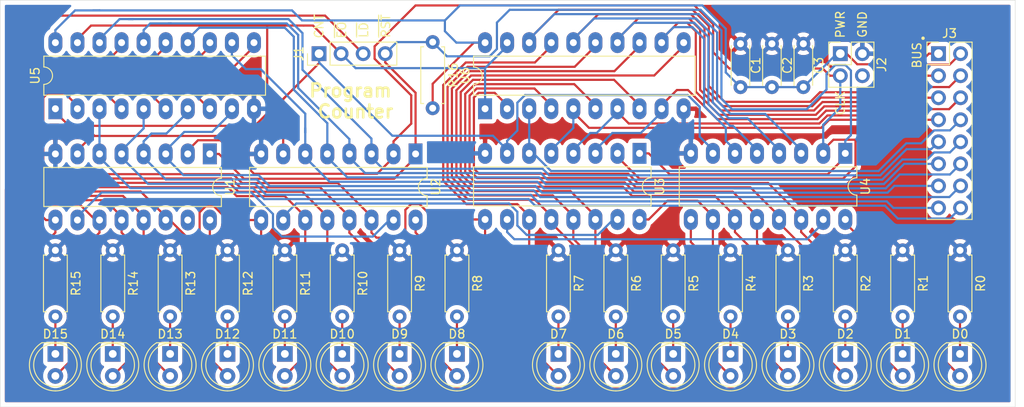
<source format=kicad_pcb>
(kicad_pcb (version 20171130) (host pcbnew "(5.1.4)-1")
  (layers (0 F.Cu signal) (31 B.Cu signal) (34 B.Paste user) (35 F.Paste user) (36 B.SilkS user) (37 F.SilkS user) (38 B.Mask user) (39 F.Mask user) (44 Edge.Cuts user))
  (net 0 "")
  (net 1 VCC)
  (net 2 GND)
  (net 3 "/PROGRAM COUNTER/I0")
  (net 4 "Net-(D0-Pad1)")
  (net 5 "/PROGRAM COUNTER/I1")
  (net 6 "Net-(D1-Pad1)")
  (net 7 "/PROGRAM COUNTER/I2")
  (net 8 "Net-(D2-Pad1)")
  (net 9 "/PROGRAM COUNTER/I3")
  (net 10 "Net-(D3-Pad1)")
  (net 11 "/PROGRAM COUNTER/I4")
  (net 12 "Net-(D4-Pad1)")
  (net 13 "/PROGRAM COUNTER/I5")
  (net 14 "Net-(D5-Pad1)")
  (net 15 "/PROGRAM COUNTER/I6")
  (net 16 "Net-(D6-Pad1)")
  (net 17 "/PROGRAM COUNTER/I7")
  (net 18 "Net-(D7-Pad1)")
  (net 19 "/PROGRAM COUNTER/I8")
  (net 20 "Net-(D8-Pad1)")
  (net 21 "/PROGRAM COUNTER/I9")
  (net 22 "Net-(D9-Pad1)")
  (net 23 "/PROGRAM COUNTER/I10")
  (net 24 "Net-(D10-Pad1)")
  (net 25 "/PROGRAM COUNTER/I11")
  (net 26 "Net-(D11-Pad1)")
  (net 27 "/PROGRAM COUNTER/I12")
  (net 28 "Net-(D12-Pad1)")
  (net 29 "/PROGRAM COUNTER/I13")
  (net 30 "Net-(D13-Pad1)")
  (net 31 "/PROGRAM COUNTER/I14")
  (net 32 "Net-(D14-Pad1)")
  (net 33 "/PROGRAM COUNTER/I15")
  (net 34 "Net-(D15-Pad1)")
  (net 35 "/PROGRAM COUNTER/~RESET~")
  (net 36 "/PROGRAM COUNTER/COUNT")
  (net 37 "/PROGRAM COUNTER/~LOAD~")
  (net 38 "/PROGRAM COUNTER/~EO~")
  (net 39 "/CONN PWR CLK/~CLK~")
  (net 40 "/CONN PWR CLK/CLK")
  (net 41 "/PROGRAM COUNTER/B15")
  (net 42 "/PROGRAM COUNTER/B14")
  (net 43 "/PROGRAM COUNTER/B13")
  (net 44 "/PROGRAM COUNTER/B12")
  (net 45 "/PROGRAM COUNTER/B11")
  (net 46 "/PROGRAM COUNTER/B10")
  (net 47 "/PROGRAM COUNTER/B9")
  (net 48 "/PROGRAM COUNTER/B8")
  (net 49 "/PROGRAM COUNTER/B7")
  (net 50 "/PROGRAM COUNTER/B6")
  (net 51 "/PROGRAM COUNTER/B5")
  (net 52 "/PROGRAM COUNTER/B4")
  (net 53 "/PROGRAM COUNTER/B3")
  (net 54 "/PROGRAM COUNTER/B2")
  (net 55 "/PROGRAM COUNTER/B1")
  (net 56 "/PROGRAM COUNTER/B0")
  (net 57 "Net-(U1-Pad15)")
  (net 58 "Net-(U1-Pad10)")
  (net 59 "Net-(U2-Pad10)")
  (net 60 "Net-(U3-Pad10)")
  (module Connector_PinHeader_2.54mm:PinHeader_1x04_P2.54mm_Vertical (layer F.Cu) (at 111.5695 77.9145 90)
    (fp_text reference J1 (at 0 -2.33 90) (layer F.SilkS))
    (fp_text value Conn_01x04)
    (pad 1 thru_hole rect (at 0 0 90) (size 1.7 1.7) (drill 1) (layers *.Cu *.Mask) (net 36 "/PROGRAM COUNTER/COUNT"))
    (pad 2 thru_hole oval (at 0 2.54 90) (size 1.7 1.7) (drill 1) (layers *.Cu *.Mask) (net 38 "/PROGRAM COUNTER/~EO~"))
    (pad 3 thru_hole oval (at 0 5.08 90) (size 1.7 1.7) (drill 1) (layers *.Cu *.Mask) (net 37 "/PROGRAM COUNTER/~LOAD~"))
    (pad 4 thru_hole oval (at 0 7.62 90) (size 1.7 1.7) (drill 1) (layers *.Cu *.Mask) (net 35 "/PROGRAM COUNTER/~RESET~"))
  )
  (module Package_DIP:DIP-20_W7.62mm_LongPads (layer F.Cu) (at 130.683 84.2645 90)
    (fp_text reference U6 (at 3.81 -2.33 90) (layer F.SilkS))
    (fp_text value 74LS244)
    (pad 20 thru_hole oval (at 7.62 0 90) (size 2.4 1.6) (drill 0.8) (layers *.Cu *.Mask) (net 1 VCC))
    (pad 10 thru_hole oval (at 0 22.86 90) (size 2.4 1.6) (drill 0.8) (layers *.Cu *.Mask) (net 2 GND))
    (pad 19 thru_hole oval (at 7.62 2.54 90) (size 2.4 1.6) (drill 0.8) (layers *.Cu *.Mask) (net 38 "/PROGRAM COUNTER/~EO~"))
    (pad 9 thru_hole oval (at 0 20.32 90) (size 2.4 1.6) (drill 0.8) (layers *.Cu *.Mask) (net 52 "/PROGRAM COUNTER/B4"))
    (pad 18 thru_hole oval (at 7.62 5.08 90) (size 2.4 1.6) (drill 0.8) (layers *.Cu *.Mask) (net 56 "/PROGRAM COUNTER/B0"))
    (pad 8 thru_hole oval (at 0 17.78 90) (size 2.4 1.6) (drill 0.8) (layers *.Cu *.Mask) (net 9 "/PROGRAM COUNTER/I3"))
    (pad 17 thru_hole oval (at 7.62 7.62 90) (size 2.4 1.6) (drill 0.8) (layers *.Cu *.Mask) (net 17 "/PROGRAM COUNTER/I7"))
    (pad 7 thru_hole oval (at 0 15.24 90) (size 2.4 1.6) (drill 0.8) (layers *.Cu *.Mask) (net 51 "/PROGRAM COUNTER/B5"))
    (pad 16 thru_hole oval (at 7.62 10.16 90) (size 2.4 1.6) (drill 0.8) (layers *.Cu *.Mask) (net 55 "/PROGRAM COUNTER/B1"))
    (pad 6 thru_hole oval (at 0 12.7 90) (size 2.4 1.6) (drill 0.8) (layers *.Cu *.Mask) (net 7 "/PROGRAM COUNTER/I2"))
    (pad 15 thru_hole oval (at 7.62 12.7 90) (size 2.4 1.6) (drill 0.8) (layers *.Cu *.Mask) (net 15 "/PROGRAM COUNTER/I6"))
    (pad 5 thru_hole oval (at 0 10.16 90) (size 2.4 1.6) (drill 0.8) (layers *.Cu *.Mask) (net 50 "/PROGRAM COUNTER/B6"))
    (pad 14 thru_hole oval (at 7.62 15.24 90) (size 2.4 1.6) (drill 0.8) (layers *.Cu *.Mask) (net 54 "/PROGRAM COUNTER/B2"))
    (pad 4 thru_hole oval (at 0 7.62 90) (size 2.4 1.6) (drill 0.8) (layers *.Cu *.Mask) (net 5 "/PROGRAM COUNTER/I1"))
    (pad 13 thru_hole oval (at 7.62 17.78 90) (size 2.4 1.6) (drill 0.8) (layers *.Cu *.Mask) (net 13 "/PROGRAM COUNTER/I5"))
    (pad 3 thru_hole oval (at 0 5.08 90) (size 2.4 1.6) (drill 0.8) (layers *.Cu *.Mask) (net 49 "/PROGRAM COUNTER/B7"))
    (pad 12 thru_hole oval (at 7.62 20.32 90) (size 2.4 1.6) (drill 0.8) (layers *.Cu *.Mask) (net 53 "/PROGRAM COUNTER/B3"))
    (pad 2 thru_hole oval (at 0 2.54 90) (size 2.4 1.6) (drill 0.8) (layers *.Cu *.Mask) (net 3 "/PROGRAM COUNTER/I0"))
    (pad 11 thru_hole oval (at 7.62 22.86 90) (size 2.4 1.6) (drill 0.8) (layers *.Cu *.Mask) (net 11 "/PROGRAM COUNTER/I4"))
    (pad 1 thru_hole rect (at 0 0 90) (size 2.4 1.6) (drill 0.8) (layers *.Cu *.Mask) (net 38 "/PROGRAM COUNTER/~EO~"))
  )
  (module Package_DIP:DIP-20_W7.62mm_LongPads (layer F.Cu) (at 81.2165 84.2645 90)
    (fp_text reference U5 (at 3.81 -2.33 90) (layer F.SilkS))
    (fp_text value 74LS244)
    (pad 1 thru_hole rect (at 0 0 90) (size 2.4 1.6) (drill 0.8) (layers *.Cu *.Mask) (net 38 "/PROGRAM COUNTER/~EO~"))
    (pad 11 thru_hole oval (at 7.62 22.86 90) (size 2.4 1.6) (drill 0.8) (layers *.Cu *.Mask) (net 27 "/PROGRAM COUNTER/I12"))
    (pad 2 thru_hole oval (at 0 2.54 90) (size 2.4 1.6) (drill 0.8) (layers *.Cu *.Mask) (net 19 "/PROGRAM COUNTER/I8"))
    (pad 12 thru_hole oval (at 7.62 20.32 90) (size 2.4 1.6) (drill 0.8) (layers *.Cu *.Mask) (net 45 "/PROGRAM COUNTER/B11"))
    (pad 3 thru_hole oval (at 0 5.08 90) (size 2.4 1.6) (drill 0.8) (layers *.Cu *.Mask) (net 41 "/PROGRAM COUNTER/B15"))
    (pad 13 thru_hole oval (at 7.62 17.78 90) (size 2.4 1.6) (drill 0.8) (layers *.Cu *.Mask) (net 29 "/PROGRAM COUNTER/I13"))
    (pad 4 thru_hole oval (at 0 7.62 90) (size 2.4 1.6) (drill 0.8) (layers *.Cu *.Mask) (net 21 "/PROGRAM COUNTER/I9"))
    (pad 14 thru_hole oval (at 7.62 15.24 90) (size 2.4 1.6) (drill 0.8) (layers *.Cu *.Mask) (net 46 "/PROGRAM COUNTER/B10"))
    (pad 5 thru_hole oval (at 0 10.16 90) (size 2.4 1.6) (drill 0.8) (layers *.Cu *.Mask) (net 42 "/PROGRAM COUNTER/B14"))
    (pad 15 thru_hole oval (at 7.62 12.7 90) (size 2.4 1.6) (drill 0.8) (layers *.Cu *.Mask) (net 31 "/PROGRAM COUNTER/I14"))
    (pad 6 thru_hole oval (at 0 12.7 90) (size 2.4 1.6) (drill 0.8) (layers *.Cu *.Mask) (net 23 "/PROGRAM COUNTER/I10"))
    (pad 16 thru_hole oval (at 7.62 10.16 90) (size 2.4 1.6) (drill 0.8) (layers *.Cu *.Mask) (net 47 "/PROGRAM COUNTER/B9"))
    (pad 7 thru_hole oval (at 0 15.24 90) (size 2.4 1.6) (drill 0.8) (layers *.Cu *.Mask) (net 43 "/PROGRAM COUNTER/B13"))
    (pad 17 thru_hole oval (at 7.62 7.62 90) (size 2.4 1.6) (drill 0.8) (layers *.Cu *.Mask) (net 33 "/PROGRAM COUNTER/I15"))
    (pad 8 thru_hole oval (at 0 17.78 90) (size 2.4 1.6) (drill 0.8) (layers *.Cu *.Mask) (net 25 "/PROGRAM COUNTER/I11"))
    (pad 18 thru_hole oval (at 7.62 5.08 90) (size 2.4 1.6) (drill 0.8) (layers *.Cu *.Mask) (net 48 "/PROGRAM COUNTER/B8"))
    (pad 9 thru_hole oval (at 0 20.32 90) (size 2.4 1.6) (drill 0.8) (layers *.Cu *.Mask) (net 44 "/PROGRAM COUNTER/B12"))
    (pad 19 thru_hole oval (at 7.62 2.54 90) (size 2.4 1.6) (drill 0.8) (layers *.Cu *.Mask) (net 38 "/PROGRAM COUNTER/~EO~"))
    (pad 10 thru_hole oval (at 0 22.86 90) (size 2.4 1.6) (drill 0.8) (layers *.Cu *.Mask) (net 2 GND))
    (pad 20 thru_hole oval (at 7.62 0 90) (size 2.4 1.6) (drill 0.8) (layers *.Cu *.Mask) (net 1 VCC))
  )
  (module Package_DIP:DIP-16_W7.62mm_LongPads (layer F.Cu) (at 172.1485 89.408 270)
    (fp_text reference U4 (at 3.81 -2.33 90) (layer F.SilkS))
    (fp_text value 74LS163)
    (pad 16 thru_hole oval (at 7.62 0 270) (size 2.4 1.6) (drill 0.8) (layers *.Cu *.Mask) (net 1 VCC))
    (pad 8 thru_hole oval (at 0 17.78 270) (size 2.4 1.6) (drill 0.8) (layers *.Cu *.Mask) (net 2 GND))
    (pad 15 thru_hole oval (at 7.62 2.54 270) (size 2.4 1.6) (drill 0.8) (layers *.Cu *.Mask) (net 60 "Net-(U3-Pad10)"))
    (pad 7 thru_hole oval (at 0 15.24 270) (size 2.4 1.6) (drill 0.8) (layers *.Cu *.Mask) (net 36 "/PROGRAM COUNTER/COUNT"))
    (pad 14 thru_hole oval (at 7.62 5.08 270) (size 2.4 1.6) (drill 0.8) (layers *.Cu *.Mask) (net 3 "/PROGRAM COUNTER/I0"))
    (pad 6 thru_hole oval (at 0 12.7 270) (size 2.4 1.6) (drill 0.8) (layers *.Cu *.Mask) (net 53 "/PROGRAM COUNTER/B3"))
    (pad 13 thru_hole oval (at 7.62 7.62 270) (size 2.4 1.6) (drill 0.8) (layers *.Cu *.Mask) (net 5 "/PROGRAM COUNTER/I1"))
    (pad 5 thru_hole oval (at 0 10.16 270) (size 2.4 1.6) (drill 0.8) (layers *.Cu *.Mask) (net 54 "/PROGRAM COUNTER/B2"))
    (pad 12 thru_hole oval (at 7.62 10.16 270) (size 2.4 1.6) (drill 0.8) (layers *.Cu *.Mask) (net 7 "/PROGRAM COUNTER/I2"))
    (pad 4 thru_hole oval (at 0 7.62 270) (size 2.4 1.6) (drill 0.8) (layers *.Cu *.Mask) (net 55 "/PROGRAM COUNTER/B1"))
    (pad 11 thru_hole oval (at 7.62 12.7 270) (size 2.4 1.6) (drill 0.8) (layers *.Cu *.Mask) (net 9 "/PROGRAM COUNTER/I3"))
    (pad 3 thru_hole oval (at 0 5.08 270) (size 2.4 1.6) (drill 0.8) (layers *.Cu *.Mask) (net 56 "/PROGRAM COUNTER/B0"))
    (pad 10 thru_hole oval (at 7.62 15.24 270) (size 2.4 1.6) (drill 0.8) (layers *.Cu *.Mask) (net 1 VCC))
    (pad 2 thru_hole oval (at 0 2.54 270) (size 2.4 1.6) (drill 0.8) (layers *.Cu *.Mask) (net 40 "/CONN PWR CLK/CLK"))
    (pad 9 thru_hole oval (at 7.62 17.78 270) (size 2.4 1.6) (drill 0.8) (layers *.Cu *.Mask) (net 37 "/PROGRAM COUNTER/~LOAD~"))
    (pad 1 thru_hole rect (at 0 0 270) (size 2.4 1.6) (drill 0.8) (layers *.Cu *.Mask) (net 35 "/PROGRAM COUNTER/~RESET~"))
  )
  (module Package_DIP:DIP-16_W7.62mm_LongPads (layer F.Cu) (at 148.463 89.408 270)
    (fp_text reference U3 (at 3.81 -2.33 90) (layer F.SilkS))
    (fp_text value 74LS163)
    (pad 16 thru_hole oval (at 7.62 0 270) (size 2.4 1.6) (drill 0.8) (layers *.Cu *.Mask) (net 1 VCC))
    (pad 8 thru_hole oval (at 0 17.78 270) (size 2.4 1.6) (drill 0.8) (layers *.Cu *.Mask) (net 2 GND))
    (pad 15 thru_hole oval (at 7.62 2.54 270) (size 2.4 1.6) (drill 0.8) (layers *.Cu *.Mask) (net 59 "Net-(U2-Pad10)"))
    (pad 7 thru_hole oval (at 0 15.24 270) (size 2.4 1.6) (drill 0.8) (layers *.Cu *.Mask) (net 36 "/PROGRAM COUNTER/COUNT"))
    (pad 14 thru_hole oval (at 7.62 5.08 270) (size 2.4 1.6) (drill 0.8) (layers *.Cu *.Mask) (net 11 "/PROGRAM COUNTER/I4"))
    (pad 6 thru_hole oval (at 0 12.7 270) (size 2.4 1.6) (drill 0.8) (layers *.Cu *.Mask) (net 49 "/PROGRAM COUNTER/B7"))
    (pad 13 thru_hole oval (at 7.62 7.62 270) (size 2.4 1.6) (drill 0.8) (layers *.Cu *.Mask) (net 13 "/PROGRAM COUNTER/I5"))
    (pad 5 thru_hole oval (at 0 10.16 270) (size 2.4 1.6) (drill 0.8) (layers *.Cu *.Mask) (net 50 "/PROGRAM COUNTER/B6"))
    (pad 12 thru_hole oval (at 7.62 10.16 270) (size 2.4 1.6) (drill 0.8) (layers *.Cu *.Mask) (net 15 "/PROGRAM COUNTER/I6"))
    (pad 4 thru_hole oval (at 0 7.62 270) (size 2.4 1.6) (drill 0.8) (layers *.Cu *.Mask) (net 51 "/PROGRAM COUNTER/B5"))
    (pad 11 thru_hole oval (at 7.62 12.7 270) (size 2.4 1.6) (drill 0.8) (layers *.Cu *.Mask) (net 17 "/PROGRAM COUNTER/I7"))
    (pad 3 thru_hole oval (at 0 5.08 270) (size 2.4 1.6) (drill 0.8) (layers *.Cu *.Mask) (net 52 "/PROGRAM COUNTER/B4"))
    (pad 10 thru_hole oval (at 7.62 15.24 270) (size 2.4 1.6) (drill 0.8) (layers *.Cu *.Mask) (net 60 "Net-(U3-Pad10)"))
    (pad 2 thru_hole oval (at 0 2.54 270) (size 2.4 1.6) (drill 0.8) (layers *.Cu *.Mask) (net 40 "/CONN PWR CLK/CLK"))
    (pad 9 thru_hole oval (at 7.62 17.78 270) (size 2.4 1.6) (drill 0.8) (layers *.Cu *.Mask) (net 37 "/PROGRAM COUNTER/~LOAD~"))
    (pad 1 thru_hole rect (at 0 0 270) (size 2.4 1.6) (drill 0.8) (layers *.Cu *.Mask) (net 35 "/PROGRAM COUNTER/~RESET~"))
  )
  (module Package_DIP:DIP-16_W7.62mm_LongPads (layer F.Cu) (at 122.682 89.4715 270)
    (fp_text reference U2 (at 3.81 -2.33 90) (layer F.SilkS))
    (fp_text value 74LS163)
    (pad 16 thru_hole oval (at 7.62 0 270) (size 2.4 1.6) (drill 0.8) (layers *.Cu *.Mask) (net 1 VCC))
    (pad 8 thru_hole oval (at 0 17.78 270) (size 2.4 1.6) (drill 0.8) (layers *.Cu *.Mask) (net 2 GND))
    (pad 15 thru_hole oval (at 7.62 2.54 270) (size 2.4 1.6) (drill 0.8) (layers *.Cu *.Mask) (net 58 "Net-(U1-Pad10)"))
    (pad 7 thru_hole oval (at 0 15.24 270) (size 2.4 1.6) (drill 0.8) (layers *.Cu *.Mask) (net 36 "/PROGRAM COUNTER/COUNT"))
    (pad 14 thru_hole oval (at 7.62 5.08 270) (size 2.4 1.6) (drill 0.8) (layers *.Cu *.Mask) (net 19 "/PROGRAM COUNTER/I8"))
    (pad 6 thru_hole oval (at 0 12.7 270) (size 2.4 1.6) (drill 0.8) (layers *.Cu *.Mask) (net 45 "/PROGRAM COUNTER/B11"))
    (pad 13 thru_hole oval (at 7.62 7.62 270) (size 2.4 1.6) (drill 0.8) (layers *.Cu *.Mask) (net 21 "/PROGRAM COUNTER/I9"))
    (pad 5 thru_hole oval (at 0 10.16 270) (size 2.4 1.6) (drill 0.8) (layers *.Cu *.Mask) (net 46 "/PROGRAM COUNTER/B10"))
    (pad 12 thru_hole oval (at 7.62 10.16 270) (size 2.4 1.6) (drill 0.8) (layers *.Cu *.Mask) (net 23 "/PROGRAM COUNTER/I10"))
    (pad 4 thru_hole oval (at 0 7.62 270) (size 2.4 1.6) (drill 0.8) (layers *.Cu *.Mask) (net 47 "/PROGRAM COUNTER/B9"))
    (pad 11 thru_hole oval (at 7.62 12.7 270) (size 2.4 1.6) (drill 0.8) (layers *.Cu *.Mask) (net 25 "/PROGRAM COUNTER/I11"))
    (pad 3 thru_hole oval (at 0 5.08 270) (size 2.4 1.6) (drill 0.8) (layers *.Cu *.Mask) (net 48 "/PROGRAM COUNTER/B8"))
    (pad 10 thru_hole oval (at 7.62 15.24 270) (size 2.4 1.6) (drill 0.8) (layers *.Cu *.Mask) (net 59 "Net-(U2-Pad10)"))
    (pad 2 thru_hole oval (at 0 2.54 270) (size 2.4 1.6) (drill 0.8) (layers *.Cu *.Mask) (net 40 "/CONN PWR CLK/CLK"))
    (pad 9 thru_hole oval (at 7.62 17.78 270) (size 2.4 1.6) (drill 0.8) (layers *.Cu *.Mask) (net 37 "/PROGRAM COUNTER/~LOAD~"))
    (pad 1 thru_hole rect (at 0 0 270) (size 2.4 1.6) (drill 0.8) (layers *.Cu *.Mask) (net 35 "/PROGRAM COUNTER/~RESET~"))
  )
  (module Package_DIP:DIP-16_W7.62mm_LongPads (layer F.Cu) (at 98.9965 89.4715 270)
    (fp_text reference U1 (at 3.81 -2.33 90) (layer F.SilkS))
    (fp_text value 74LS163)
    (pad 16 thru_hole oval (at 7.62 0 270) (size 2.4 1.6) (drill 0.8) (layers *.Cu *.Mask) (net 1 VCC))
    (pad 8 thru_hole oval (at 0 17.78 270) (size 2.4 1.6) (drill 0.8) (layers *.Cu *.Mask) (net 2 GND))
    (pad 15 thru_hole oval (at 7.62 2.54 270) (size 2.4 1.6) (drill 0.8) (layers *.Cu *.Mask) (net 57 "Net-(U1-Pad15)"))
    (pad 7 thru_hole oval (at 0 15.24 270) (size 2.4 1.6) (drill 0.8) (layers *.Cu *.Mask) (net 36 "/PROGRAM COUNTER/COUNT"))
    (pad 14 thru_hole oval (at 7.62 5.08 270) (size 2.4 1.6) (drill 0.8) (layers *.Cu *.Mask) (net 27 "/PROGRAM COUNTER/I12"))
    (pad 6 thru_hole oval (at 0 12.7 270) (size 2.4 1.6) (drill 0.8) (layers *.Cu *.Mask) (net 41 "/PROGRAM COUNTER/B15"))
    (pad 13 thru_hole oval (at 7.62 7.62 270) (size 2.4 1.6) (drill 0.8) (layers *.Cu *.Mask) (net 29 "/PROGRAM COUNTER/I13"))
    (pad 5 thru_hole oval (at 0 10.16 270) (size 2.4 1.6) (drill 0.8) (layers *.Cu *.Mask) (net 42 "/PROGRAM COUNTER/B14"))
    (pad 12 thru_hole oval (at 7.62 10.16 270) (size 2.4 1.6) (drill 0.8) (layers *.Cu *.Mask) (net 31 "/PROGRAM COUNTER/I14"))
    (pad 4 thru_hole oval (at 0 7.62 270) (size 2.4 1.6) (drill 0.8) (layers *.Cu *.Mask) (net 43 "/PROGRAM COUNTER/B13"))
    (pad 11 thru_hole oval (at 7.62 12.7 270) (size 2.4 1.6) (drill 0.8) (layers *.Cu *.Mask) (net 33 "/PROGRAM COUNTER/I15"))
    (pad 3 thru_hole oval (at 0 5.08 270) (size 2.4 1.6) (drill 0.8) (layers *.Cu *.Mask) (net 44 "/PROGRAM COUNTER/B12"))
    (pad 10 thru_hole oval (at 7.62 15.24 270) (size 2.4 1.6) (drill 0.8) (layers *.Cu *.Mask) (net 58 "Net-(U1-Pad10)"))
    (pad 2 thru_hole oval (at 0 2.54 270) (size 2.4 1.6) (drill 0.8) (layers *.Cu *.Mask) (net 40 "/CONN PWR CLK/CLK"))
    (pad 9 thru_hole oval (at 7.62 17.78 270) (size 2.4 1.6) (drill 0.8) (layers *.Cu *.Mask) (net 37 "/PROGRAM COUNTER/~LOAD~"))
    (pad 1 thru_hole rect (at 0 0 270) (size 2.4 1.6) (drill 0.8) (layers *.Cu *.Mask) (net 35 "/PROGRAM COUNTER/~RESET~"))
  )
  (module Resistor_THT:R_Axial_DIN0207_L6.3mm_D2.5mm_P7.62mm_Horizontal (layer F.Cu) (at 124.6505 76.581 270)
    (fp_text reference R16 (at 3.81 -2.37 90) (layer F.SilkS))
    (fp_text value 50K)
    (pad 1 thru_hole circle (at 0 0 270) (size 1.6 1.6) (drill 0.8) (layers *.Cu *.Mask) (net 35 "/PROGRAM COUNTER/~RESET~"))
    (pad 2 thru_hole oval (at 7.62 0 270) (size 1.6 1.6) (drill 0.8) (layers *.Cu *.Mask) (net 1 VCC))
  )
  (module Resistor_THT:R_Axial_DIN0207_L6.3mm_D2.5mm_P7.62mm_Horizontal (layer F.Cu) (at 81.2165 100.584 270)
    (fp_text reference R15 (at 3.81 -2.37 90) (layer F.SilkS))
    (fp_text value 5k)
    (pad 1 thru_hole circle (at 0 0 270) (size 1.6 1.6) (drill 0.8) (layers *.Cu *.Mask) (net 2 GND))
    (pad 2 thru_hole oval (at 7.62 0 270) (size 1.6 1.6) (drill 0.8) (layers *.Cu *.Mask) (net 34 "Net-(D15-Pad1)"))
  )
  (module Resistor_THT:R_Axial_DIN0207_L6.3mm_D2.5mm_P7.62mm_Horizontal (layer F.Cu) (at 87.8205 100.584 270)
    (fp_text reference R14 (at 3.81 -2.37 90) (layer F.SilkS))
    (fp_text value 5k)
    (pad 1 thru_hole circle (at 0 0 270) (size 1.6 1.6) (drill 0.8) (layers *.Cu *.Mask) (net 2 GND))
    (pad 2 thru_hole oval (at 7.62 0 270) (size 1.6 1.6) (drill 0.8) (layers *.Cu *.Mask) (net 32 "Net-(D14-Pad1)"))
  )
  (module Resistor_THT:R_Axial_DIN0207_L6.3mm_D2.5mm_P7.62mm_Horizontal (layer F.Cu) (at 94.4245 100.584 270)
    (fp_text reference R13 (at 3.81 -2.37 90) (layer F.SilkS))
    (fp_text value 5k)
    (pad 1 thru_hole circle (at 0 0 270) (size 1.6 1.6) (drill 0.8) (layers *.Cu *.Mask) (net 2 GND))
    (pad 2 thru_hole oval (at 7.62 0 270) (size 1.6 1.6) (drill 0.8) (layers *.Cu *.Mask) (net 30 "Net-(D13-Pad1)"))
  )
  (module Resistor_THT:R_Axial_DIN0207_L6.3mm_D2.5mm_P7.62mm_Horizontal (layer F.Cu) (at 101.0285 100.584 270)
    (fp_text reference R12 (at 3.81 -2.37 90) (layer F.SilkS))
    (fp_text value 5k)
    (pad 1 thru_hole circle (at 0 0 270) (size 1.6 1.6) (drill 0.8) (layers *.Cu *.Mask) (net 2 GND))
    (pad 2 thru_hole oval (at 7.62 0 270) (size 1.6 1.6) (drill 0.8) (layers *.Cu *.Mask) (net 28 "Net-(D12-Pad1)"))
  )
  (module Resistor_THT:R_Axial_DIN0207_L6.3mm_D2.5mm_P7.62mm_Horizontal (layer F.Cu) (at 107.6325 100.584 270)
    (fp_text reference R11 (at 3.81 -2.37 90) (layer F.SilkS))
    (fp_text value 5k)
    (pad 1 thru_hole circle (at 0 0 270) (size 1.6 1.6) (drill 0.8) (layers *.Cu *.Mask) (net 2 GND))
    (pad 2 thru_hole oval (at 7.62 0 270) (size 1.6 1.6) (drill 0.8) (layers *.Cu *.Mask) (net 26 "Net-(D11-Pad1)"))
  )
  (module Resistor_THT:R_Axial_DIN0207_L6.3mm_D2.5mm_P7.62mm_Horizontal (layer F.Cu) (at 114.2365 100.584 270)
    (fp_text reference R10 (at 3.81 -2.37 90) (layer F.SilkS))
    (fp_text value 5k)
    (pad 1 thru_hole circle (at 0 0 270) (size 1.6 1.6) (drill 0.8) (layers *.Cu *.Mask) (net 2 GND))
    (pad 2 thru_hole oval (at 7.62 0 270) (size 1.6 1.6) (drill 0.8) (layers *.Cu *.Mask) (net 24 "Net-(D10-Pad1)"))
  )
  (module Resistor_THT:R_Axial_DIN0207_L6.3mm_D2.5mm_P7.62mm_Horizontal (layer F.Cu) (at 120.8405 100.584 270)
    (fp_text reference R9 (at 3.81 -2.37 90) (layer F.SilkS))
    (fp_text value 5k)
    (pad 1 thru_hole circle (at 0 0 270) (size 1.6 1.6) (drill 0.8) (layers *.Cu *.Mask) (net 2 GND))
    (pad 2 thru_hole oval (at 7.62 0 270) (size 1.6 1.6) (drill 0.8) (layers *.Cu *.Mask) (net 22 "Net-(D9-Pad1)"))
  )
  (module Resistor_THT:R_Axial_DIN0207_L6.3mm_D2.5mm_P7.62mm_Horizontal (layer F.Cu) (at 127.4445 100.584 270)
    (fp_text reference R8 (at 3.81 -2.37 90) (layer F.SilkS))
    (fp_text value 5k)
    (pad 1 thru_hole circle (at 0 0 270) (size 1.6 1.6) (drill 0.8) (layers *.Cu *.Mask) (net 2 GND))
    (pad 2 thru_hole oval (at 7.62 0 270) (size 1.6 1.6) (drill 0.8) (layers *.Cu *.Mask) (net 20 "Net-(D8-Pad1)"))
  )
  (module Resistor_THT:R_Axial_DIN0207_L6.3mm_D2.5mm_P7.62mm_Horizontal (layer F.Cu) (at 139.1285 100.584 270)
    (fp_text reference R7 (at 3.81 -2.37 90) (layer F.SilkS))
    (fp_text value 5k)
    (pad 1 thru_hole circle (at 0 0 270) (size 1.6 1.6) (drill 0.8) (layers *.Cu *.Mask) (net 2 GND))
    (pad 2 thru_hole oval (at 7.62 0 270) (size 1.6 1.6) (drill 0.8) (layers *.Cu *.Mask) (net 18 "Net-(D7-Pad1)"))
  )
  (module Resistor_THT:R_Axial_DIN0207_L6.3mm_D2.5mm_P7.62mm_Horizontal (layer F.Cu) (at 145.7325 100.584 270)
    (fp_text reference R6 (at 3.81 -2.37 90) (layer F.SilkS))
    (fp_text value 5k)
    (pad 1 thru_hole circle (at 0 0 270) (size 1.6 1.6) (drill 0.8) (layers *.Cu *.Mask) (net 2 GND))
    (pad 2 thru_hole oval (at 7.62 0 270) (size 1.6 1.6) (drill 0.8) (layers *.Cu *.Mask) (net 16 "Net-(D6-Pad1)"))
  )
  (module Resistor_THT:R_Axial_DIN0207_L6.3mm_D2.5mm_P7.62mm_Horizontal (layer F.Cu) (at 152.3365 100.584 270)
    (fp_text reference R5 (at 3.81 -2.37 90) (layer F.SilkS))
    (fp_text value 5k)
    (pad 1 thru_hole circle (at 0 0 270) (size 1.6 1.6) (drill 0.8) (layers *.Cu *.Mask) (net 2 GND))
    (pad 2 thru_hole oval (at 7.62 0 270) (size 1.6 1.6) (drill 0.8) (layers *.Cu *.Mask) (net 14 "Net-(D5-Pad1)"))
  )
  (module Resistor_THT:R_Axial_DIN0207_L6.3mm_D2.5mm_P7.62mm_Horizontal (layer F.Cu) (at 158.9405 100.584 270)
    (fp_text reference R4 (at 3.81 -2.37 90) (layer F.SilkS))
    (fp_text value 5k)
    (pad 1 thru_hole circle (at 0 0 270) (size 1.6 1.6) (drill 0.8) (layers *.Cu *.Mask) (net 2 GND))
    (pad 2 thru_hole oval (at 7.62 0 270) (size 1.6 1.6) (drill 0.8) (layers *.Cu *.Mask) (net 12 "Net-(D4-Pad1)"))
  )
  (module Resistor_THT:R_Axial_DIN0207_L6.3mm_D2.5mm_P7.62mm_Horizontal (layer F.Cu) (at 165.5445 100.584 270)
    (fp_text reference R3 (at 3.81 -2.37 90) (layer F.SilkS))
    (fp_text value 5k)
    (pad 1 thru_hole circle (at 0 0 270) (size 1.6 1.6) (drill 0.8) (layers *.Cu *.Mask) (net 2 GND))
    (pad 2 thru_hole oval (at 7.62 0 270) (size 1.6 1.6) (drill 0.8) (layers *.Cu *.Mask) (net 10 "Net-(D3-Pad1)"))
  )
  (module Resistor_THT:R_Axial_DIN0207_L6.3mm_D2.5mm_P7.62mm_Horizontal (layer F.Cu) (at 172.1485 100.584 270)
    (fp_text reference R2 (at 3.81 -2.37 90) (layer F.SilkS))
    (fp_text value 5k)
    (pad 1 thru_hole circle (at 0 0 270) (size 1.6 1.6) (drill 0.8) (layers *.Cu *.Mask) (net 2 GND))
    (pad 2 thru_hole oval (at 7.62 0 270) (size 1.6 1.6) (drill 0.8) (layers *.Cu *.Mask) (net 8 "Net-(D2-Pad1)"))
  )
  (module Resistor_THT:R_Axial_DIN0207_L6.3mm_D2.5mm_P7.62mm_Horizontal (layer F.Cu) (at 178.7525 100.584 270)
    (fp_text reference R1 (at 3.81 -2.37 90) (layer F.SilkS))
    (fp_text value 5k)
    (pad 1 thru_hole circle (at 0 0 270) (size 1.6 1.6) (drill 0.8) (layers *.Cu *.Mask) (net 2 GND))
    (pad 2 thru_hole oval (at 7.62 0 270) (size 1.6 1.6) (drill 0.8) (layers *.Cu *.Mask) (net 6 "Net-(D1-Pad1)"))
  )
  (module Resistor_THT:R_Axial_DIN0207_L6.3mm_D2.5mm_P7.62mm_Horizontal (layer F.Cu) (at 185.3565 100.584 270)
    (fp_text reference R0 (at 3.81 -2.37 90) (layer F.SilkS))
    (fp_text value 5k)
    (pad 1 thru_hole circle (at 0 0 270) (size 1.6 1.6) (drill 0.8) (layers *.Cu *.Mask) (net 2 GND))
    (pad 2 thru_hole oval (at 7.62 0 270) (size 1.6 1.6) (drill 0.8) (layers *.Cu *.Mask) (net 4 "Net-(D0-Pad1)"))
  )
  (module Connector_PinHeader_2.54mm:PinHeader_2x08_P2.54mm_Vertical (layer F.Cu) (at 182.88 77.9145)
    (fp_text reference J3 (at 1.27 -2.33) (layer F.SilkS))
    (fp_text value Conn_02x08_Odd_Even)
    (pad 1 thru_hole rect (at 0 0) (size 1.7 1.7) (drill 1) (layers *.Cu *.Mask) (net 56 "/PROGRAM COUNTER/B0"))
    (pad 2 thru_hole oval (at 2.54 0) (size 1.7 1.7) (drill 1) (layers *.Cu *.Mask) (net 55 "/PROGRAM COUNTER/B1"))
    (pad 3 thru_hole oval (at 0 2.54) (size 1.7 1.7) (drill 1) (layers *.Cu *.Mask) (net 54 "/PROGRAM COUNTER/B2"))
    (pad 4 thru_hole oval (at 2.54 2.54) (size 1.7 1.7) (drill 1) (layers *.Cu *.Mask) (net 53 "/PROGRAM COUNTER/B3"))
    (pad 5 thru_hole oval (at 0 5.08) (size 1.7 1.7) (drill 1) (layers *.Cu *.Mask) (net 52 "/PROGRAM COUNTER/B4"))
    (pad 6 thru_hole oval (at 2.54 5.08) (size 1.7 1.7) (drill 1) (layers *.Cu *.Mask) (net 51 "/PROGRAM COUNTER/B5"))
    (pad 7 thru_hole oval (at 0 7.62) (size 1.7 1.7) (drill 1) (layers *.Cu *.Mask) (net 50 "/PROGRAM COUNTER/B6"))
    (pad 8 thru_hole oval (at 2.54 7.62) (size 1.7 1.7) (drill 1) (layers *.Cu *.Mask) (net 49 "/PROGRAM COUNTER/B7"))
    (pad 9 thru_hole oval (at 0 10.16) (size 1.7 1.7) (drill 1) (layers *.Cu *.Mask) (net 48 "/PROGRAM COUNTER/B8"))
    (pad 10 thru_hole oval (at 2.54 10.16) (size 1.7 1.7) (drill 1) (layers *.Cu *.Mask) (net 47 "/PROGRAM COUNTER/B9"))
    (pad 11 thru_hole oval (at 0 12.7) (size 1.7 1.7) (drill 1) (layers *.Cu *.Mask) (net 46 "/PROGRAM COUNTER/B10"))
    (pad 12 thru_hole oval (at 2.54 12.7) (size 1.7 1.7) (drill 1) (layers *.Cu *.Mask) (net 45 "/PROGRAM COUNTER/B11"))
    (pad 13 thru_hole oval (at 0 15.24) (size 1.7 1.7) (drill 1) (layers *.Cu *.Mask) (net 44 "/PROGRAM COUNTER/B12"))
    (pad 14 thru_hole oval (at 2.54 15.24) (size 1.7 1.7) (drill 1) (layers *.Cu *.Mask) (net 43 "/PROGRAM COUNTER/B13"))
    (pad 15 thru_hole oval (at 0 17.78) (size 1.7 1.7) (drill 1) (layers *.Cu *.Mask) (net 42 "/PROGRAM COUNTER/B14"))
    (pad 16 thru_hole oval (at 2.54 17.78) (size 1.7 1.7) (drill 1) (layers *.Cu *.Mask) (net 41 "/PROGRAM COUNTER/B15"))
  )
  (module Connector_PinHeader_2.54mm:PinHeader_2x02_P2.54mm_Vertical (layer F.Cu) (at 171.577 77.9145)
    (fp_text reference J2 (at 4.7625 1.27 90) (layer F.SilkS))
    (fp_text value Conn_02x02_Odd_Even)
    (pad 4 thru_hole oval (at 2.54 2.54) (size 1.7 1.7) (drill 1) (layers *.Cu *.Mask) (net 39 "/CONN PWR CLK/~CLK~"))
    (pad 3 thru_hole oval (at 0 2.54) (size 1.7 1.7) (drill 1) (layers *.Cu *.Mask) (net 40 "/CONN PWR CLK/CLK"))
    (pad 2 thru_hole oval (at 2.54 0) (size 1.7 1.7) (drill 1) (layers *.Cu *.Mask) (net 2 GND))
    (pad 1 thru_hole rect (at 0 0) (size 1.7 1.7) (drill 1) (layers *.Cu *.Mask) (net 1 VCC))
  )
  (module LED_THT:LED_D5.0mm (layer F.Cu) (at 81.2165 112.522 270)
    (fp_text reference D15 (at -2.286 0 180) (layer F.SilkS))
    (fp_text value LED_ALT)
    (pad 1 thru_hole rect (at 0 0 270) (size 1.8 1.8) (drill 0.9) (layers *.Cu *.Mask) (net 34 "Net-(D15-Pad1)"))
    (pad 2 thru_hole circle (at 2.54 0 270) (size 1.8 1.8) (drill 0.9) (layers *.Cu *.Mask) (net 33 "/PROGRAM COUNTER/I15"))
  )
  (module LED_THT:LED_D5.0mm (layer F.Cu) (at 87.8205 112.522 270)
    (fp_text reference D14 (at -2.286 0 180) (layer F.SilkS))
    (fp_text value LED_ALT)
    (pad 1 thru_hole rect (at 0 0 270) (size 1.8 1.8) (drill 0.9) (layers *.Cu *.Mask) (net 32 "Net-(D14-Pad1)"))
    (pad 2 thru_hole circle (at 2.54 0 270) (size 1.8 1.8) (drill 0.9) (layers *.Cu *.Mask) (net 31 "/PROGRAM COUNTER/I14"))
  )
  (module LED_THT:LED_D5.0mm (layer F.Cu) (at 94.4245 112.522 270)
    (fp_text reference D13 (at -2.286 0 180) (layer F.SilkS))
    (fp_text value LED_ALT)
    (pad 1 thru_hole rect (at 0 0 270) (size 1.8 1.8) (drill 0.9) (layers *.Cu *.Mask) (net 30 "Net-(D13-Pad1)"))
    (pad 2 thru_hole circle (at 2.54 0 270) (size 1.8 1.8) (drill 0.9) (layers *.Cu *.Mask) (net 29 "/PROGRAM COUNTER/I13"))
  )
  (module LED_THT:LED_D5.0mm (layer F.Cu) (at 101.0285 112.522 270)
    (fp_text reference D12 (at -2.286 0 180) (layer F.SilkS))
    (fp_text value LED_ALT)
    (pad 1 thru_hole rect (at 0 0 270) (size 1.8 1.8) (drill 0.9) (layers *.Cu *.Mask) (net 28 "Net-(D12-Pad1)"))
    (pad 2 thru_hole circle (at 2.54 0 270) (size 1.8 1.8) (drill 0.9) (layers *.Cu *.Mask) (net 27 "/PROGRAM COUNTER/I12"))
  )
  (module LED_THT:LED_D5.0mm (layer F.Cu) (at 107.6325 112.522 270)
    (fp_text reference D11 (at -2.286 0 180) (layer F.SilkS))
    (fp_text value LED_ALT)
    (pad 1 thru_hole rect (at 0 0 270) (size 1.8 1.8) (drill 0.9) (layers *.Cu *.Mask) (net 26 "Net-(D11-Pad1)"))
    (pad 2 thru_hole circle (at 2.54 0 270) (size 1.8 1.8) (drill 0.9) (layers *.Cu *.Mask) (net 25 "/PROGRAM COUNTER/I11"))
  )
  (module LED_THT:LED_D5.0mm (layer F.Cu) (at 114.2365 112.522 270)
    (fp_text reference D10 (at -2.286 0 180) (layer F.SilkS))
    (fp_text value LED_ALT)
    (pad 2 thru_hole circle (at 2.54 0 270) (size 1.8 1.8) (drill 0.9) (layers *.Cu *.Mask) (net 23 "/PROGRAM COUNTER/I10"))
    (pad 1 thru_hole rect (at 0 0 270) (size 1.8 1.8) (drill 0.9) (layers *.Cu *.Mask) (net 24 "Net-(D10-Pad1)"))
  )
  (module LED_THT:LED_D5.0mm (layer F.Cu) (at 120.8405 112.522 270)
    (fp_text reference D9 (at -2.286 0 180) (layer F.SilkS))
    (fp_text value LED_ALT)
    (pad 1 thru_hole rect (at 0 0 270) (size 1.8 1.8) (drill 0.9) (layers *.Cu *.Mask) (net 22 "Net-(D9-Pad1)"))
    (pad 2 thru_hole circle (at 2.54 0 270) (size 1.8 1.8) (drill 0.9) (layers *.Cu *.Mask) (net 21 "/PROGRAM COUNTER/I9"))
  )
  (module LED_THT:LED_D5.0mm (layer F.Cu) (at 127.4445 112.522 270)
    (fp_text reference D8 (at -2.286 0 180) (layer F.SilkS))
    (fp_text value LED_ALT)
    (pad 1 thru_hole rect (at 0 0 270) (size 1.8 1.8) (drill 0.9) (layers *.Cu *.Mask) (net 20 "Net-(D8-Pad1)"))
    (pad 2 thru_hole circle (at 2.54 0 270) (size 1.8 1.8) (drill 0.9) (layers *.Cu *.Mask) (net 19 "/PROGRAM COUNTER/I8"))
  )
  (module LED_THT:LED_D5.0mm (layer F.Cu) (at 139.1285 112.522 270)
    (fp_text reference D7 (at -2.286 0 180) (layer F.SilkS))
    (fp_text value LED_ALT)
    (pad 1 thru_hole rect (at 0 0 270) (size 1.8 1.8) (drill 0.9) (layers *.Cu *.Mask) (net 18 "Net-(D7-Pad1)"))
    (pad 2 thru_hole circle (at 2.54 0 270) (size 1.8 1.8) (drill 0.9) (layers *.Cu *.Mask) (net 17 "/PROGRAM COUNTER/I7"))
  )
  (module LED_THT:LED_D5.0mm (layer F.Cu) (at 145.7325 112.522 270)
    (fp_text reference D6 (at -2.286 0 180) (layer F.SilkS))
    (fp_text value LED_ALT)
    (pad 1 thru_hole rect (at 0 0 270) (size 1.8 1.8) (drill 0.9) (layers *.Cu *.Mask) (net 16 "Net-(D6-Pad1)"))
    (pad 2 thru_hole circle (at 2.54 0 270) (size 1.8 1.8) (drill 0.9) (layers *.Cu *.Mask) (net 15 "/PROGRAM COUNTER/I6"))
  )
  (module LED_THT:LED_D5.0mm (layer F.Cu) (at 152.3365 112.522 270)
    (fp_text reference D5 (at -2.286 0 180) (layer F.SilkS))
    (fp_text value LED_ALT)
    (pad 1 thru_hole rect (at 0 0 270) (size 1.8 1.8) (drill 0.9) (layers *.Cu *.Mask) (net 14 "Net-(D5-Pad1)"))
    (pad 2 thru_hole circle (at 2.54 0 270) (size 1.8 1.8) (drill 0.9) (layers *.Cu *.Mask) (net 13 "/PROGRAM COUNTER/I5"))
  )
  (module LED_THT:LED_D5.0mm (layer F.Cu) (at 158.9405 112.522 270)
    (fp_text reference D4 (at -2.286 0 180) (layer F.SilkS))
    (fp_text value LED_ALT)
    (pad 1 thru_hole rect (at 0 0 270) (size 1.8 1.8) (drill 0.9) (layers *.Cu *.Mask) (net 12 "Net-(D4-Pad1)"))
    (pad 2 thru_hole circle (at 2.54 0 270) (size 1.8 1.8) (drill 0.9) (layers *.Cu *.Mask) (net 11 "/PROGRAM COUNTER/I4"))
  )
  (module LED_THT:LED_D5.0mm (layer F.Cu) (at 165.5445 112.522 270)
    (fp_text reference D3 (at -2.286 0 180) (layer F.SilkS))
    (fp_text value LED_ALT)
    (pad 1 thru_hole rect (at 0 0 270) (size 1.8 1.8) (drill 0.9) (layers *.Cu *.Mask) (net 10 "Net-(D3-Pad1)"))
    (pad 2 thru_hole circle (at 2.54 0 270) (size 1.8 1.8) (drill 0.9) (layers *.Cu *.Mask) (net 9 "/PROGRAM COUNTER/I3"))
  )
  (module LED_THT:LED_D5.0mm (layer F.Cu) (at 172.1485 112.522 270)
    (fp_text reference D2 (at -2.286 0 180) (layer F.SilkS))
    (fp_text value LED_ALT)
    (pad 1 thru_hole rect (at 0 0 270) (size 1.8 1.8) (drill 0.9) (layers *.Cu *.Mask) (net 8 "Net-(D2-Pad1)"))
    (pad 2 thru_hole circle (at 2.54 0 270) (size 1.8 1.8) (drill 0.9) (layers *.Cu *.Mask) (net 7 "/PROGRAM COUNTER/I2"))
  )
  (module LED_THT:LED_D5.0mm (layer F.Cu) (at 178.7525 112.522 270)
    (fp_text reference D1 (at -2.286 0 180) (layer F.SilkS))
    (fp_text value LED_ALT)
    (pad 1 thru_hole rect (at 0 0 270) (size 1.8 1.8) (drill 0.9) (layers *.Cu *.Mask) (net 6 "Net-(D1-Pad1)"))
    (pad 2 thru_hole circle (at 2.54 0 270) (size 1.8 1.8) (drill 0.9) (layers *.Cu *.Mask) (net 5 "/PROGRAM COUNTER/I1"))
  )
  (module LED_THT:LED_D5.0mm (layer F.Cu) (at 185.3565 112.522 270)
    (fp_text reference D0 (at -2.286 0 180) (layer F.SilkS))
    (fp_text value LED_ALT)
    (pad 1 thru_hole rect (at 0 0 270) (size 1.8 1.8) (drill 0.9) (layers *.Cu *.Mask) (net 4 "Net-(D0-Pad1)"))
    (pad 2 thru_hole circle (at 2.54 0 270) (size 1.8 1.8) (drill 0.9) (layers *.Cu *.Mask) (net 3 "/PROGRAM COUNTER/I0"))
  )
  (module Capacitor_THT:C_Disc_D4.3mm_W1.9mm_P5.00mm (layer F.Cu) (at 167.3225 76.7715 270)
    (fp_text reference C3 (at 2.5 -1.778 90) (layer F.SilkS))
    (fp_text value 0.1µF)
    (pad 1 thru_hole circle (at 0 0 270) (size 1.6 1.6) (drill 0.8) (layers *.Cu *.Mask) (net 2 GND))
    (pad 2 thru_hole circle (at 5 0 270) (size 1.6 1.6) (drill 0.8) (layers *.Cu *.Mask) (net 1 VCC))
  )
  (module Capacitor_THT:C_Disc_D4.3mm_W1.9mm_P5.00mm (layer F.Cu) (at 163.703 76.7715 270)
    (fp_text reference C2 (at 2.5 -1.778 90) (layer F.SilkS))
    (fp_text value 0.1µF)
    (pad 1 thru_hole circle (at 0 0 270) (size 1.6 1.6) (drill 0.8) (layers *.Cu *.Mask) (net 2 GND))
    (pad 2 thru_hole circle (at 5 0 270) (size 1.6 1.6) (drill 0.8) (layers *.Cu *.Mask) (net 1 VCC))
  )
  (module Capacitor_THT:C_Disc_D4.3mm_W1.9mm_P5.00mm (layer F.Cu) (at 160.0835 76.7715 270)
    (fp_text reference C1 (at 2.5 -1.778 90) (layer F.SilkS))
    (fp_text value 0.1µF)
    (pad 1 thru_hole circle (at 0 0 270) (size 1.6 1.6) (drill 0.8) (layers *.Cu *.Mask) (net 2 GND))
    (pad 2 thru_hole circle (at 5 0 270) (size 1.6 1.6) (drill 0.8) (layers *.Cu *.Mask) (net 1 VCC))
  )
  (gr_circle (center 181.102 76.1365) (end 181.202 76.1365) (layer F.SilkS) (width 0.2))
  (gr_text BUS (at 180.4035 78.105 90) (layer F.SilkS) (effects (font (size 1 1))))
  (gr_text CLK (at 171.577 83.6295 90) (layer F.SilkS) (effects (font (size 1 1))))
  (gr_text GND (at 174.117 74.549 90) (layer F.SilkS) (effects (font (size 1 1))))
  (gr_text PWR (at 171.577 74.549 90) (layer F.SilkS) (effects (font (size 1 1))))
  (gr_text CNT (at 111.5695 74.7395 90) (layer F.SilkS) (effects (font (size 1 1))))
  (gr_text ~RST~ (at 119.253 74.7395 90) (layer F.SilkS) (effects (font (size 1 1))))
  (gr_text ~LD~ (at 116.713 75.184 90) (layer F.SilkS) (effects (font (size 1 1))))
  (gr_text ~EO~ (at 114.173 75.184 90) (layer F.SilkS) (effects (font (size 1 1))))
  (gr_text "Program \nCounter" (at 115.7605 83.3755) (layer F.SilkS) (effects (font (size 1.5 1.5) (thickness 0.3))))
  (gr_line (start 191.7065 71.755) (end 191.7065 118.618) (layer Edge.Cuts) (width 0.05))
  (gr_line (start 74.8665 71.755) (end 191.7065 71.755) (layer Edge.Cuts) (width 0.05))
  (gr_line (start 74.8665 118.618) (end 74.8665 71.755) (layer Edge.Cuts) (width 0.05))
  (gr_line (start 191.7065 118.618) (end 74.8665 118.618) (layer Edge.Cuts) (width 0.05))
  (segment (start 178.294001 103.573501) (end 186.631501 103.573501) (width 0.25) (layer F.Cu) (net 1))
  (segment (start 172.1485 97.028) (end 172.1485 97.428) (width 0.25) (layer F.Cu) (net 1))
  (segment (start 172.1485 97.428) (end 178.294001 103.573501) (width 0.25) (layer F.Cu) (net 1))
  (segment (start 83.481042 72.929958) (end 86.328042 72.929958) (width 0.25) (layer B.Cu) (net 1))
  (segment (start 81.2165 75.1945) (end 83.481042 72.929958) (width 0.25) (layer B.Cu) (net 1))
  (segment (start 81.2165 76.6445) (end 81.2165 75.1945) (width 0.25) (layer B.Cu) (net 1))
  (segment (start 85.547042 72.929958) (end 86.328042 72.929958) (width 0.25) (layer B.Cu) (net 1))
  (segment (start 130.683 76.6445) (end 130.683 76.2445) (width 0.25) (layer B.Cu) (net 1))
  (segment (start 108.460946 72.929958) (end 86.328042 72.929958) (width 0.25) (layer B.Cu) (net 1))
  (segment (start 126.05795 74.08545) (end 109.616437 74.085449) (width 0.25) (layer B.Cu) (net 1))
  (segment (start 109.616437 74.085449) (end 108.460946 72.929958) (width 0.25) (layer B.Cu) (net 1))
  (segment (start 126.05795 74.08545) (end 126.05795 75.32145) (width 0.25) (layer B.Cu) (net 1))
  (segment (start 127.381 76.6445) (end 130.683 76.6445) (width 0.25) (layer B.Cu) (net 1))
  (segment (start 126.05795 75.32145) (end 127.381 76.6445) (width 0.25) (layer B.Cu) (net 1))
  (segment (start 187.0075 77.343) (end 187.0075 103.197502) (width 0.25) (layer F.Cu) (net 1))
  (segment (start 185.9915 76.327) (end 187.0075 77.343) (width 0.25) (layer F.Cu) (net 1))
  (segment (start 187.002499 103.573501) (end 187.0075 103.5685) (width 0.25) (layer F.Cu) (net 1))
  (segment (start 186.631501 103.573501) (end 187.002499 103.573501) (width 0.25) (layer F.Cu) (net 1))
  (segment (start 187.0075 103.5685) (end 187.0075 102.5525) (width 0.25) (layer F.Cu) (net 1))
  (segment (start 179.368999 79.139501) (end 182.1815 76.327) (width 0.25) (layer F.Cu) (net 1))
  (segment (start 173.528999 79.139501) (end 179.368999 79.139501) (width 0.25) (layer F.Cu) (net 1))
  (segment (start 172.303998 77.9145) (end 173.528999 79.139501) (width 0.25) (layer F.Cu) (net 1))
  (segment (start 171.577 77.9145) (end 172.303998 77.9145) (width 0.25) (layer F.Cu) (net 1))
  (segment (start 182.1815 76.327) (end 185.9915 76.327) (width 0.25) (layer F.Cu) (net 1))
  (segment (start 187.0075 116.0145) (end 187.0075 103.5685) (width 0.25) (layer F.Cu) (net 1))
  (segment (start 98.9965 102.797878) (end 104.401989 108.203367) (width 0.25) (layer F.Cu) (net 1))
  (segment (start 98.9965 97.0915) (end 98.9965 102.797878) (width 0.25) (layer F.Cu) (net 1))
  (segment (start 104.401989 108.203367) (end 104.40199 115.205612) (width 0.25) (layer F.Cu) (net 1))
  (segment (start 104.40199 115.205612) (end 106.218889 117.022511) (width 0.25) (layer F.Cu) (net 1))
  (segment (start 185.999489 117.022511) (end 187.0075 116.0145) (width 0.25) (layer F.Cu) (net 1))
  (segment (start 131.0005 117.014522) (end 130.992511 117.022511) (width 0.25) (layer F.Cu) (net 1))
  (segment (start 130.167011 106.026511) (end 130.167011 117.022511) (width 0.25) (layer F.Cu) (net 1))
  (segment (start 122.682 98.5415) (end 130.167011 106.026511) (width 0.25) (layer F.Cu) (net 1))
  (segment (start 122.682 97.0915) (end 122.682 98.5415) (width 0.25) (layer F.Cu) (net 1))
  (segment (start 106.218889 117.022511) (end 130.167011 117.022511) (width 0.25) (layer F.Cu) (net 1))
  (segment (start 130.167011 117.022511) (end 130.992511 117.022511) (width 0.25) (layer F.Cu) (net 1))
  (segment (start 130.992511 117.022511) (end 161.282011 117.022511) (width 0.25) (layer F.Cu) (net 1))
  (segment (start 161.282011 117.022511) (end 185.999489 117.022511) (width 0.25) (layer F.Cu) (net 1))
  (segment (start 161.23449 105.790368) (end 161.23449 116.97499) (width 0.25) (layer F.Cu) (net 1))
  (segment (start 156.9085 101.464378) (end 161.23449 105.790368) (width 0.25) (layer F.Cu) (net 1))
  (segment (start 156.9085 97.028) (end 156.9085 101.464378) (width 0.25) (layer F.Cu) (net 1))
  (segment (start 161.23449 116.97499) (end 161.282011 117.022511) (width 0.25) (layer F.Cu) (net 1))
  (segment (start 166.19113 81.7715) (end 163.703 81.7715) (width 0.25) (layer B.Cu) (net 1))
  (segment (start 167.3225 81.7715) (end 166.19113 81.7715) (width 0.25) (layer B.Cu) (net 1))
  (segment (start 163.703 81.7715) (end 160.0835 81.7715) (width 0.25) (layer B.Cu) (net 1))
  (segment (start 127.784944 72.358456) (end 126.05795 74.08545) (width 0.25) (layer B.Cu) (net 1))
  (segment (start 155.704942 72.358456) (end 127.784944 72.358456) (width 0.25) (layer B.Cu) (net 1))
  (segment (start 158.392552 75.046066) (end 155.704942 72.358456) (width 0.25) (layer B.Cu) (net 1))
  (segment (start 158.392552 80.080552) (end 158.392552 75.046066) (width 0.25) (layer B.Cu) (net 1))
  (segment (start 160.0835 81.7715) (end 158.392552 80.080552) (width 0.25) (layer B.Cu) (net 1))
  (segment (start 126.03888 80.00138) (end 126.07063 79.96963) (width 0.25) (layer F.Cu) (net 1))
  (segment (start 124.6505 84.201) (end 124.6505 81.38976) (width 0.25) (layer F.Cu) (net 1))
  (segment (start 124.6505 81.38976) (end 126.03888 80.00138) (width 0.25) (layer F.Cu) (net 1))
  (segment (start 129.39576 76.6445) (end 130.683 76.6445) (width 0.25) (layer F.Cu) (net 1))
  (segment (start 126.03888 80.00138) (end 129.39576 76.6445) (width 0.25) (layer F.Cu) (net 1))
  (segment (start 156.9085 96.628) (end 156.9085 97.028) (width 0.25) (layer F.Cu) (net 1))
  (segment (start 155.1495 94.869) (end 156.9085 96.628) (width 0.25) (layer F.Cu) (net 1))
  (segment (start 151.672 94.869) (end 155.1495 94.869) (width 0.25) (layer F.Cu) (net 1))
  (segment (start 148.463 97.028) (end 149.513 97.028) (width 0.25) (layer F.Cu) (net 1))
  (segment (start 149.513 97.028) (end 151.672 94.869) (width 0.25) (layer F.Cu) (net 1))
  (segment (start 171.1795 77.9145) (end 171.577 77.9145) (width 0.25) (layer B.Cu) (net 1))
  (segment (start 167.3225 81.7715) (end 171.1795 77.9145) (width 0.25) (layer B.Cu) (net 1))
  (segment (start 184.456501 114.162001) (end 185.3565 115.062) (width 0.25) (layer F.Cu) (net 3))
  (segment (start 167.0685 98.478) (end 174.3815 105.791) (width 0.25) (layer F.Cu) (net 3))
  (segment (start 167.0685 97.028) (end 167.0685 98.478) (width 0.25) (layer F.Cu) (net 3))
  (segment (start 174.3815 105.791) (end 179.8955 105.791) (width 0.25) (layer F.Cu) (net 3))
  (segment (start 182.4355 108.331) (end 182.4355 112.141) (width 0.25) (layer F.Cu) (net 3))
  (segment (start 179.8955 105.791) (end 182.4355 108.331) (width 0.25) (layer F.Cu) (net 3))
  (segment (start 182.4355 112.141) (end 184.456501 114.162001) (width 0.25) (layer F.Cu) (net 3))
  (segment (start 147.165375 91.757497) (end 129.984511 91.757497) (width 0.25) (layer F.Cu) (net 3))
  (segment (start 131.789077 82.430577) (end 133.223 83.8645) (width 0.25) (layer F.Cu) (net 3))
  (segment (start 167.0685 97.028) (end 167.0685 96.628) (width 0.25) (layer F.Cu) (net 3))
  (segment (start 129.984511 91.757497) (end 129.397022 91.170008) (width 0.25) (layer F.Cu) (net 3))
  (segment (start 133.223 83.8645) (end 133.223 84.2645) (width 0.25) (layer F.Cu) (net 3))
  (segment (start 163.261522 92.821022) (end 148.2289 92.821022) (width 0.25) (layer F.Cu) (net 3))
  (segment (start 129.930667 82.430577) (end 131.789077 82.430577) (width 0.25) (layer F.Cu) (net 3))
  (segment (start 129.397022 82.964222) (end 129.930667 82.430577) (width 0.25) (layer F.Cu) (net 3))
  (segment (start 129.397022 91.170008) (end 129.397022 82.964222) (width 0.25) (layer F.Cu) (net 3))
  (segment (start 148.2289 92.821022) (end 147.165375 91.757497) (width 0.25) (layer F.Cu) (net 3))
  (segment (start 167.0685 96.628) (end 163.261522 92.821022) (width 0.25) (layer F.Cu) (net 3))
  (segment (start 185.3565 112.522) (end 185.3565 108.204) (width 0.25) (layer F.Cu) (net 4))
  (segment (start 129.777402 92.25751) (end 129.599196 92.079304) (width 0.25) (layer F.Cu) (net 5))
  (segment (start 164.5285 97.428) (end 164.5285 97.028) (width 0.25) (layer F.Cu) (net 5))
  (segment (start 175.768 108.6675) (end 164.5285 97.428) (width 0.25) (layer F.Cu) (net 5))
  (segment (start 175.768 112.0775) (end 175.768 108.6675) (width 0.25) (layer F.Cu) (net 5))
  (segment (start 178.7525 115.062) (end 175.768 112.0775) (width 0.25) (layer F.Cu) (net 5))
  (segment (start 129.599196 92.079304) (end 128.897011 91.377119) (width 0.25) (layer F.Cu) (net 5))
  (segment (start 138.303 83.8645) (end 138.303 84.2645) (width 0.25) (layer F.Cu) (net 5))
  (segment (start 129.723556 81.930566) (end 136.369066 81.930566) (width 0.25) (layer F.Cu) (net 5))
  (segment (start 136.369066 81.930566) (end 138.303 83.8645) (width 0.25) (layer F.Cu) (net 5))
  (segment (start 128.897011 91.377119) (end 128.897011 82.757111) (width 0.25) (layer F.Cu) (net 5))
  (segment (start 128.897011 82.757111) (end 129.723556 81.930566) (width 0.25) (layer F.Cu) (net 5))
  (segment (start 129.777399 92.257507) (end 129.599196 92.079304) (width 0.25) (layer F.Cu) (net 5))
  (segment (start 146.958264 92.257508) (end 129.777399 92.257507) (width 0.25) (layer F.Cu) (net 5))
  (segment (start 148.021788 93.321032) (end 146.958264 92.257508) (width 0.25) (layer F.Cu) (net 5))
  (segment (start 161.221532 93.321032) (end 148.021788 93.321032) (width 0.25) (layer F.Cu) (net 5))
  (segment (start 164.5285 97.028) (end 164.5285 96.628) (width 0.25) (layer F.Cu) (net 5))
  (segment (start 164.5285 96.628) (end 161.221532 93.321032) (width 0.25) (layer F.Cu) (net 5))
  (segment (start 178.7525 109.33537) (end 178.7525 112.522) (width 0.25) (layer F.Cu) (net 6))
  (segment (start 178.7525 108.204) (end 178.7525 109.33537) (width 0.25) (layer F.Cu) (net 6))
  (segment (start 171.248501 114.162001) (end 172.1485 115.062) (width 0.25) (layer F.Cu) (net 7))
  (segment (start 169.164 112.0775) (end 171.248501 114.162001) (width 0.25) (layer F.Cu) (net 7))
  (segment (start 169.164 106.9975) (end 169.164 112.0775) (width 0.25) (layer F.Cu) (net 7))
  (segment (start 161.9885 97.028) (end 161.9885 99.822) (width 0.25) (layer F.Cu) (net 7))
  (segment (start 161.9885 99.822) (end 169.164 106.9975) (width 0.25) (layer F.Cu) (net 7))
  (segment (start 128.397 91.58423) (end 129.570289 92.757519) (width 0.25) (layer F.Cu) (net 7))
  (segment (start 129.570289 92.757519) (end 146.751153 92.757519) (width 0.25) (layer F.Cu) (net 7))
  (segment (start 140.949055 81.430555) (end 129.516445 81.430555) (width 0.25) (layer F.Cu) (net 7))
  (segment (start 128.397 82.55) (end 128.397 91.58423) (width 0.25) (layer F.Cu) (net 7))
  (segment (start 147.814676 93.821042) (end 159.181542 93.821042) (width 0.25) (layer F.Cu) (net 7))
  (segment (start 159.181542 93.821042) (end 161.9885 96.628) (width 0.25) (layer F.Cu) (net 7))
  (segment (start 161.9885 96.628) (end 161.9885 97.028) (width 0.25) (layer F.Cu) (net 7))
  (segment (start 146.751153 92.757519) (end 147.814676 93.821042) (width 0.25) (layer F.Cu) (net 7))
  (segment (start 129.516445 81.430555) (end 128.397 82.55) (width 0.25) (layer F.Cu) (net 7))
  (segment (start 143.383 83.8645) (end 140.949055 81.430555) (width 0.25) (layer F.Cu) (net 7))
  (segment (start 143.383 84.2645) (end 143.383 83.8645) (width 0.25) (layer F.Cu) (net 7))
  (segment (start 172.1485 112.522) (end 172.1485 108.204) (width 0.25) (layer F.Cu) (net 8))
  (segment (start 161.7345 100.764) (end 159.4485 98.478) (width 0.25) (layer F.Cu) (net 9))
  (segment (start 165.5445 115.062) (end 161.7345 111.252) (width 0.25) (layer F.Cu) (net 9))
  (segment (start 159.4485 98.478) (end 159.4485 97.028) (width 0.25) (layer F.Cu) (net 9))
  (segment (start 161.7345 111.252) (end 161.7345 100.764) (width 0.25) (layer F.Cu) (net 9))
  (segment (start 129.288944 80.930544) (end 145.529044 80.930544) (width 0.25) (layer F.Cu) (net 9))
  (segment (start 146.544044 93.25753) (end 129.363178 93.25753) (width 0.25) (layer F.Cu) (net 9))
  (segment (start 157.141552 94.321052) (end 147.607566 94.321052) (width 0.25) (layer F.Cu) (net 9))
  (segment (start 147.607566 94.321052) (end 146.544044 93.25753) (width 0.25) (layer F.Cu) (net 9))
  (segment (start 127.881011 82.338477) (end 129.288944 80.930544) (width 0.25) (layer F.Cu) (net 9))
  (segment (start 148.463 83.8645) (end 148.463 84.2645) (width 0.25) (layer F.Cu) (net 9))
  (segment (start 129.363178 93.25753) (end 127.881011 91.775362) (width 0.25) (layer F.Cu) (net 9))
  (segment (start 159.4485 96.628) (end 157.141552 94.321052) (width 0.25) (layer F.Cu) (net 9))
  (segment (start 159.4485 97.028) (end 159.4485 96.628) (width 0.25) (layer F.Cu) (net 9))
  (segment (start 145.529044 80.930544) (end 148.463 83.8645) (width 0.25) (layer F.Cu) (net 9))
  (segment (start 127.881011 91.775362) (end 127.881011 82.338477) (width 0.25) (layer F.Cu) (net 9))
  (segment (start 165.5445 109.33537) (end 165.5445 112.522) (width 0.25) (layer F.Cu) (net 10))
  (segment (start 165.5445 108.204) (end 165.5445 109.33537) (width 0.25) (layer F.Cu) (net 10))
  (segment (start 143.383 98.478) (end 143.383 97.028) (width 0.25) (layer F.Cu) (net 11))
  (segment (start 158.9405 115.062) (end 155.956 112.0775) (width 0.25) (layer F.Cu) (net 11))
  (segment (start 155.956 107.1245) (end 153.3525 104.521) (width 0.25) (layer F.Cu) (net 11))
  (segment (start 153.3525 104.521) (end 146.7485 104.521) (width 0.25) (layer F.Cu) (net 11))
  (segment (start 155.956 112.0775) (end 155.956 107.1245) (width 0.25) (layer F.Cu) (net 11))
  (segment (start 146.7485 104.521) (end 143.383 101.1555) (width 0.25) (layer F.Cu) (net 11))
  (segment (start 143.383 101.1555) (end 143.383 98.478) (width 0.25) (layer F.Cu) (net 11))
  (segment (start 129.081833 80.430533) (end 127.381 82.131366) (width 0.25) (layer F.Cu) (net 11))
  (segment (start 127.381 82.131366) (end 127.381 91.982473) (width 0.25) (layer F.Cu) (net 11))
  (segment (start 129.156064 93.757537) (end 140.51254 93.75754) (width 0.25) (layer F.Cu) (net 11))
  (segment (start 153.543 77.0445) (end 150.156967 80.430533) (width 0.25) (layer F.Cu) (net 11))
  (segment (start 127.381 91.982473) (end 129.156064 93.757537) (width 0.25) (layer F.Cu) (net 11))
  (segment (start 140.51254 93.75754) (end 143.383 96.628) (width 0.25) (layer F.Cu) (net 11))
  (segment (start 143.383 96.628) (end 143.383 97.028) (width 0.25) (layer F.Cu) (net 11))
  (segment (start 153.543 76.6445) (end 153.543 77.0445) (width 0.25) (layer F.Cu) (net 11))
  (segment (start 150.156967 80.430533) (end 129.081833 80.430533) (width 0.25) (layer F.Cu) (net 11))
  (segment (start 158.9405 112.522) (end 158.9405 108.204) (width 0.25) (layer F.Cu) (net 12))
  (segment (start 151.436501 114.162001) (end 152.3365 115.062) (width 0.25) (layer F.Cu) (net 13))
  (segment (start 140.843 99.26088) (end 142.882989 101.300869) (width 0.25) (layer F.Cu) (net 13))
  (segment (start 140.843 97.028) (end 140.843 99.26088) (width 0.25) (layer F.Cu) (net 13))
  (segment (start 142.882989 101.300869) (end 142.882989 101.362611) (width 0.25) (layer F.Cu) (net 13))
  (segment (start 149.225 107.704622) (end 149.225 111.9505) (width 0.25) (layer F.Cu) (net 13))
  (segment (start 142.882989 101.362611) (end 149.225 107.704622) (width 0.25) (layer F.Cu) (net 13))
  (segment (start 149.225 111.9505) (end 151.436501 114.162001) (width 0.25) (layer F.Cu) (net 13))
  (segment (start 140.843 97.028) (end 140.843 96.628) (width 0.25) (layer F.Cu) (net 13))
  (segment (start 145.576978 79.930522) (end 148.463 77.0445) (width 0.25) (layer F.Cu) (net 13))
  (segment (start 148.463 77.0445) (end 148.463 76.6445) (width 0.25) (layer F.Cu) (net 13))
  (segment (start 138.47255 94.25755) (end 136.63967 94.257548) (width 0.25) (layer F.Cu) (net 13))
  (segment (start 128.874722 79.930522) (end 145.576978 79.930522) (width 0.25) (layer F.Cu) (net 13))
  (segment (start 126.865012 81.940232) (end 128.874722 79.930522) (width 0.25) (layer F.Cu) (net 13))
  (segment (start 126.865012 92.173606) (end 126.865012 81.940232) (width 0.25) (layer F.Cu) (net 13))
  (segment (start 136.63967 94.257548) (end 128.948952 94.257548) (width 0.25) (layer F.Cu) (net 13))
  (segment (start 140.843 96.628) (end 138.47255 94.25755) (width 0.25) (layer F.Cu) (net 13))
  (segment (start 128.948952 94.257548) (end 126.865012 92.173606) (width 0.25) (layer F.Cu) (net 13))
  (segment (start 152.3365 109.33537) (end 152.3365 112.522) (width 0.25) (layer F.Cu) (net 14))
  (segment (start 152.3365 108.204) (end 152.3365 109.33537) (width 0.25) (layer F.Cu) (net 14))
  (segment (start 145.7325 115.062) (end 142.382978 111.712478) (width 0.25) (layer F.Cu) (net 15))
  (segment (start 138.303 97.428) (end 138.303 97.028) (width 0.25) (layer F.Cu) (net 15))
  (segment (start 142.382978 111.712478) (end 142.382978 101.507978) (width 0.25) (layer F.Cu) (net 15))
  (segment (start 142.382978 101.507978) (end 138.303 97.428) (width 0.25) (layer F.Cu) (net 15))
  (segment (start 138.303 96.628) (end 138.303 97.028) (width 0.25) (layer F.Cu) (net 15))
  (segment (start 128.741841 94.757559) (end 136.432559 94.757559) (width 0.25) (layer F.Cu) (net 15))
  (segment (start 136.432559 94.757559) (end 138.303 96.628) (width 0.25) (layer F.Cu) (net 15))
  (segment (start 126.365001 81.733121) (end 126.365001 92.380717) (width 0.25) (layer F.Cu) (net 15))
  (segment (start 143.383 77.0445) (end 140.996989 79.430511) (width 0.25) (layer F.Cu) (net 15))
  (segment (start 126.365001 92.380717) (end 128.741841 94.757559) (width 0.25) (layer F.Cu) (net 15))
  (segment (start 143.383 76.6445) (end 143.383 77.0445) (width 0.25) (layer F.Cu) (net 15))
  (segment (start 128.667611 79.430511) (end 126.365001 81.733121) (width 0.25) (layer F.Cu) (net 15))
  (segment (start 140.996989 79.430511) (end 128.667611 79.430511) (width 0.25) (layer F.Cu) (net 15))
  (segment (start 145.7325 111.372) (end 145.7325 108.204) (width 0.25) (layer F.Cu) (net 16))
  (segment (start 145.7325 112.522) (end 145.7325 111.372) (width 0.25) (layer F.Cu) (net 16))
  (segment (start 138.228501 114.162001) (end 139.1285 115.062) (width 0.25) (layer F.Cu) (net 17))
  (segment (start 135.763 111.6965) (end 138.228501 114.162001) (width 0.25) (layer F.Cu) (net 17))
  (segment (start 135.763 97.028) (end 135.763 111.6965) (width 0.25) (layer F.Cu) (net 17))
  (segment (start 138.303 77.0445) (end 138.303 76.6445) (width 0.25) (layer F.Cu) (net 17))
  (segment (start 136.417 78.9305) (end 138.303 77.0445) (width 0.25) (layer F.Cu) (net 17))
  (segment (start 128.4605 78.9305) (end 136.417 78.9305) (width 0.25) (layer F.Cu) (net 17))
  (segment (start 125.86499 81.52601) (end 128.4605 78.9305) (width 0.25) (layer F.Cu) (net 17))
  (segment (start 125.86499 92.587828) (end 125.86499 81.52601) (width 0.25) (layer F.Cu) (net 17))
  (segment (start 128.53473 95.25757) (end 125.86499 92.587828) (width 0.25) (layer F.Cu) (net 17))
  (segment (start 134.39257 95.25757) (end 128.53473 95.25757) (width 0.25) (layer F.Cu) (net 17))
  (segment (start 135.763 96.628) (end 134.39257 95.25757) (width 0.25) (layer F.Cu) (net 17))
  (segment (start 135.763 97.028) (end 135.763 96.628) (width 0.25) (layer F.Cu) (net 17))
  (segment (start 139.1285 111.372) (end 139.1285 108.204) (width 0.25) (layer F.Cu) (net 18))
  (segment (start 139.1285 112.522) (end 139.1285 111.372) (width 0.25) (layer F.Cu) (net 18))
  (segment (start 113.739511 92.829011) (end 117.602 96.6915) (width 0.25) (layer F.Cu) (net 19))
  (segment (start 102.696889 92.829011) (end 113.739511 92.829011) (width 0.25) (layer F.Cu) (net 19))
  (segment (start 101.673311 91.805433) (end 102.696889 92.829011) (width 0.25) (layer F.Cu) (net 19))
  (segment (start 80.502447 91.805433) (end 101.673311 91.805433) (width 0.25) (layer F.Cu) (net 19))
  (segment (start 83.7565 84.328) (end 83.7565 83.928) (width 0.25) (layer F.Cu) (net 19))
  (segment (start 83.7565 83.928) (end 82.322577 82.494077) (width 0.25) (layer F.Cu) (net 19))
  (segment (start 82.322577 82.494077) (end 80.316777 82.494077) (width 0.25) (layer F.Cu) (net 19))
  (segment (start 80.316777 82.494077) (end 79.827077 82.983777) (width 0.25) (layer F.Cu) (net 19))
  (segment (start 117.602 96.6915) (end 117.602 97.0915) (width 0.25) (layer F.Cu) (net 19))
  (segment (start 79.827077 82.983777) (end 79.827077 91.130063) (width 0.25) (layer F.Cu) (net 19))
  (segment (start 79.827077 91.130063) (end 80.502447 91.805433) (width 0.25) (layer F.Cu) (net 19))
  (segment (start 124.3965 112.014) (end 127.4445 115.062) (width 0.25) (layer F.Cu) (net 19))
  (segment (start 124.3965 101.92612) (end 124.3965 112.014) (width 0.25) (layer F.Cu) (net 19))
  (segment (start 121.59388 99.1235) (end 124.3965 101.92612) (width 0.25) (layer F.Cu) (net 19))
  (segment (start 118.184 99.1235) (end 121.59388 99.1235) (width 0.25) (layer F.Cu) (net 19))
  (segment (start 117.602 98.5415) (end 118.184 99.1235) (width 0.25) (layer F.Cu) (net 19))
  (segment (start 117.602 97.0915) (end 117.602 98.5415) (width 0.25) (layer F.Cu) (net 19))
  (segment (start 127.4445 109.33537) (end 127.4445 112.522) (width 0.25) (layer F.Cu) (net 20))
  (segment (start 127.4445 108.204) (end 127.4445 109.33537) (width 0.25) (layer F.Cu) (net 20))
  (segment (start 86.502566 81.994066) (end 88.8365 84.328) (width 0.25) (layer F.Cu) (net 21))
  (segment (start 79.327067 82.776665) (end 80.109666 81.994066) (width 0.25) (layer F.Cu) (net 21))
  (segment (start 115.062 96.6915) (end 111.699522 93.329022) (width 0.25) (layer F.Cu) (net 21))
  (segment (start 115.062 97.0915) (end 115.062 96.6915) (width 0.25) (layer F.Cu) (net 21))
  (segment (start 111.699522 93.329022) (end 102.489777 93.329021) (width 0.25) (layer F.Cu) (net 21))
  (segment (start 102.489777 93.329021) (end 101.4662 92.305444) (width 0.25) (layer F.Cu) (net 21))
  (segment (start 80.109666 81.994066) (end 86.502566 81.994066) (width 0.25) (layer F.Cu) (net 21))
  (segment (start 79.327066 91.337174) (end 79.327067 82.776665) (width 0.25) (layer F.Cu) (net 21))
  (segment (start 101.4662 92.305444) (end 80.295335 92.305443) (width 0.25) (layer F.Cu) (net 21))
  (segment (start 80.295335 92.305443) (end 79.327066 91.337174) (width 0.25) (layer F.Cu) (net 21))
  (segment (start 119.940501 114.162001) (end 120.8405 115.062) (width 0.25) (layer F.Cu) (net 21))
  (segment (start 117.856 112.0775) (end 119.940501 114.162001) (width 0.25) (layer F.Cu) (net 21))
  (segment (start 115.062 98.560622) (end 117.856 101.354622) (width 0.25) (layer F.Cu) (net 21))
  (segment (start 117.856 101.354622) (end 117.856 112.0775) (width 0.25) (layer F.Cu) (net 21))
  (segment (start 115.062 97.0915) (end 115.062 98.560622) (width 0.25) (layer F.Cu) (net 21))
  (segment (start 120.8405 111.372) (end 120.8405 108.204) (width 0.25) (layer F.Cu) (net 22))
  (segment (start 120.8405 112.522) (end 120.8405 111.372) (width 0.25) (layer F.Cu) (net 22))
  (segment (start 112.522 113.3475) (end 112.522 97.0915) (width 0.25) (layer F.Cu) (net 23))
  (segment (start 114.2365 115.062) (end 112.522 113.3475) (width 0.25) (layer F.Cu) (net 23))
  (segment (start 112.522 96.6915) (end 112.522 97.0915) (width 0.25) (layer F.Cu) (net 23))
  (segment (start 102.282665 93.829031) (end 109.659532 93.829032) (width 0.25) (layer F.Cu) (net 23))
  (segment (start 101.259089 92.805455) (end 102.282665 93.829031) (width 0.25) (layer F.Cu) (net 23))
  (segment (start 93.9165 84.328) (end 91.082555 81.494055) (width 0.25) (layer F.Cu) (net 23))
  (segment (start 91.082555 81.494055) (end 79.902555 81.494055) (width 0.25) (layer F.Cu) (net 23))
  (segment (start 109.659532 93.829032) (end 112.522 96.6915) (width 0.25) (layer F.Cu) (net 23))
  (segment (start 79.902555 81.494055) (end 78.827055 82.569555) (width 0.25) (layer F.Cu) (net 23))
  (segment (start 78.827055 82.569555) (end 78.827055 91.544285) (width 0.25) (layer F.Cu) (net 23))
  (segment (start 78.827055 91.544285) (end 80.088225 92.805455) (width 0.25) (layer F.Cu) (net 23))
  (segment (start 80.088225 92.805455) (end 101.259089 92.805455) (width 0.25) (layer F.Cu) (net 23))
  (segment (start 114.2365 109.33537) (end 114.2365 112.522) (width 0.25) (layer F.Cu) (net 24))
  (segment (start 114.2365 108.204) (end 114.2365 109.33537) (width 0.25) (layer F.Cu) (net 24))
  (segment (start 109.982 112.7125) (end 109.982 97.0915) (width 0.25) (layer F.Cu) (net 25))
  (segment (start 107.6325 115.062) (end 109.982 112.7125) (width 0.25) (layer F.Cu) (net 25))
  (segment (start 95.662544 80.994044) (end 98.9965 84.328) (width 0.25) (layer F.Cu) (net 25))
  (segment (start 79.695444 80.994044) (end 95.662544 80.994044) (width 0.25) (layer F.Cu) (net 25))
  (segment (start 78.327045 82.362443) (end 79.695444 80.994044) (width 0.25) (layer F.Cu) (net 25))
  (segment (start 78.327044 91.751396) (end 78.327045 82.362443) (width 0.25) (layer F.Cu) (net 25))
  (segment (start 109.982 96.6915) (end 107.619542 94.329042) (width 0.25) (layer F.Cu) (net 25))
  (segment (start 107.619542 94.329042) (end 102.075553 94.329041) (width 0.25) (layer F.Cu) (net 25))
  (segment (start 102.075553 94.329041) (end 101.051978 93.305466) (width 0.25) (layer F.Cu) (net 25))
  (segment (start 101.051978 93.305466) (end 79.881113 93.305465) (width 0.25) (layer F.Cu) (net 25))
  (segment (start 109.982 97.0915) (end 109.982 96.6915) (width 0.25) (layer F.Cu) (net 25))
  (segment (start 79.881113 93.305465) (end 78.327044 91.751396) (width 0.25) (layer F.Cu) (net 25))
  (segment (start 107.6325 111.372) (end 107.6325 108.204) (width 0.25) (layer F.Cu) (net 26))
  (segment (start 107.6325 112.522) (end 107.6325 111.372) (width 0.25) (layer F.Cu) (net 26))
  (segment (start 77.827033 82.155333) (end 79.488333 80.494033) (width 0.25) (layer F.Cu) (net 27))
  (segment (start 77.827033 90.942507) (end 77.827033 82.155333) (width 0.25) (layer F.Cu) (net 27))
  (segment (start 100.690467 80.494033) (end 104.0765 77.108) (width 0.25) (layer F.Cu) (net 27))
  (segment (start 79.488333 80.494033) (end 100.690467 80.494033) (width 0.25) (layer F.Cu) (net 27))
  (segment (start 104.0765 77.108) (end 104.0765 76.708) (width 0.25) (layer F.Cu) (net 27))
  (segment (start 93.9165 96.6915) (end 91.030477 93.805477) (width 0.25) (layer F.Cu) (net 27))
  (segment (start 91.030477 93.805477) (end 79.674003 93.805477) (width 0.25) (layer F.Cu) (net 27))
  (segment (start 93.9165 97.0915) (end 93.9165 96.6915) (width 0.25) (layer F.Cu) (net 27))
  (segment (start 94.394785 97.0915) (end 96.647 99.343715) (width 0.25) (layer F.Cu) (net 27))
  (segment (start 93.9165 97.0915) (end 94.394785 97.0915) (width 0.25) (layer F.Cu) (net 27))
  (segment (start 96.647 110.6805) (end 101.0285 115.062) (width 0.25) (layer F.Cu) (net 27))
  (segment (start 96.647 99.343715) (end 96.647 110.6805) (width 0.25) (layer F.Cu) (net 27))
  (segment (start 77.827036 91.95851) (end 77.897263 92.028737) (width 0.25) (layer F.Cu) (net 27))
  (segment (start 77.827036 90.94251) (end 77.827036 91.95851) (width 0.25) (layer F.Cu) (net 27))
  (segment (start 77.827033 90.942507) (end 77.827036 90.94251) (width 0.25) (layer F.Cu) (net 27))
  (segment (start 79.674003 93.805477) (end 77.897263 92.028737) (width 0.25) (layer F.Cu) (net 27))
  (segment (start 77.897263 92.028737) (end 77.827033 91.958507) (width 0.25) (layer F.Cu) (net 27))
  (segment (start 101.0285 109.33537) (end 101.0285 112.522) (width 0.25) (layer F.Cu) (net 28))
  (segment (start 101.0285 108.204) (end 101.0285 109.33537) (width 0.25) (layer F.Cu) (net 28))
  (segment (start 79.466892 94.305488) (end 77.327022 92.165618) (width 0.25) (layer F.Cu) (net 29))
  (segment (start 98.9965 77.108) (end 98.9965 76.708) (width 0.25) (layer F.Cu) (net 29))
  (segment (start 88.990488 94.305488) (end 79.466892 94.305488) (width 0.25) (layer F.Cu) (net 29))
  (segment (start 79.281222 79.994022) (end 96.110478 79.994022) (width 0.25) (layer F.Cu) (net 29))
  (segment (start 96.110478 79.994022) (end 98.9965 77.108) (width 0.25) (layer F.Cu) (net 29))
  (segment (start 91.3765 97.0915) (end 91.3765 96.6915) (width 0.25) (layer F.Cu) (net 29))
  (segment (start 77.327022 81.948222) (end 79.281222 79.994022) (width 0.25) (layer F.Cu) (net 29))
  (segment (start 91.3765 96.6915) (end 88.990488 94.305488) (width 0.25) (layer F.Cu) (net 29))
  (segment (start 91.3765 112.014) (end 94.4245 115.062) (width 0.25) (layer F.Cu) (net 29))
  (segment (start 91.3765 97.0915) (end 91.3765 112.014) (width 0.25) (layer F.Cu) (net 29))
  (segment (start 77.327022 92.165618) (end 77.327022 90.916022) (width 0.25) (layer F.Cu) (net 29))
  (segment (start 77.327022 91.149618) (end 77.327022 90.916022) (width 0.25) (layer F.Cu) (net 29))
  (segment (start 77.327022 90.916022) (end 77.327022 81.948222) (width 0.25) (layer F.Cu) (net 29))
  (segment (start 94.4245 111.372) (end 94.4245 108.204) (width 0.25) (layer F.Cu) (net 30))
  (segment (start 94.4245 112.522) (end 94.4245 111.372) (width 0.25) (layer F.Cu) (net 30))
  (segment (start 88.8365 97.0915) (end 88.8365 96.6915) (width 0.25) (layer F.Cu) (net 31))
  (segment (start 88.8365 96.6915) (end 86.950499 94.805499) (width 0.25) (layer F.Cu) (net 31))
  (segment (start 86.950499 94.805499) (end 79.259781 94.805499) (width 0.25) (layer F.Cu) (net 31))
  (segment (start 76.827014 92.372732) (end 76.967891 92.513609) (width 0.25) (layer F.Cu) (net 31))
  (segment (start 76.827014 92.130514) (end 76.827014 92.372732) (width 0.25) (layer F.Cu) (net 31))
  (segment (start 76.827011 92.130511) (end 76.827014 92.130514) (width 0.25) (layer F.Cu) (net 31))
  (segment (start 76.827011 81.741111) (end 76.827011 92.130511) (width 0.25) (layer F.Cu) (net 31))
  (segment (start 76.967891 92.513609) (end 76.827011 92.372729) (width 0.25) (layer F.Cu) (net 31))
  (segment (start 93.9165 76.708) (end 93.9165 77.108) (width 0.25) (layer F.Cu) (net 31))
  (segment (start 79.259781 94.805499) (end 76.967891 92.513609) (width 0.25) (layer F.Cu) (net 31))
  (segment (start 93.9165 77.108) (end 91.530489 79.494011) (width 0.25) (layer F.Cu) (net 31))
  (segment (start 91.530489 79.494011) (end 79.074111 79.494011) (width 0.25) (layer F.Cu) (net 31))
  (segment (start 79.074111 79.494011) (end 76.827011 81.741111) (width 0.25) (layer F.Cu) (net 31))
  (segment (start 90.8685 112.014) (end 87.8205 115.062) (width 0.25) (layer F.Cu) (net 31))
  (segment (start 90.8685 100.5735) (end 90.8685 112.014) (width 0.25) (layer F.Cu) (net 31))
  (segment (start 88.8365 98.5415) (end 90.8685 100.5735) (width 0.25) (layer F.Cu) (net 31))
  (segment (start 88.8365 97.0915) (end 88.8365 98.5415) (width 0.25) (layer F.Cu) (net 31))
  (segment (start 87.8205 109.33537) (end 87.8205 112.522) (width 0.25) (layer F.Cu) (net 32))
  (segment (start 87.8205 108.204) (end 87.8205 109.33537) (width 0.25) (layer F.Cu) (net 32))
  (segment (start 78.867 78.994) (end 86.9505 78.994) (width 0.25) (layer F.Cu) (net 33))
  (segment (start 76.327 81.534) (end 78.867 78.994) (width 0.25) (layer F.Cu) (net 33))
  (segment (start 79.05267 95.30551) (end 76.327 92.57984) (width 0.25) (layer F.Cu) (net 33))
  (segment (start 84.032225 95.30551) (end 79.05267 95.30551) (width 0.25) (layer F.Cu) (net 33))
  (segment (start 86.2965 97.0915) (end 85.818215 97.0915) (width 0.25) (layer F.Cu) (net 33))
  (segment (start 88.8365 77.108) (end 88.8365 76.708) (width 0.25) (layer F.Cu) (net 33))
  (segment (start 85.818215 97.0915) (end 84.032225 95.30551) (width 0.25) (layer F.Cu) (net 33))
  (segment (start 86.9505 78.994) (end 88.8365 77.108) (width 0.25) (layer F.Cu) (net 33))
  (segment (start 86.2965 98.5415) (end 84.1375 100.7005) (width 0.25) (layer F.Cu) (net 33))
  (segment (start 86.2965 97.0915) (end 86.2965 98.5415) (width 0.25) (layer F.Cu) (net 33))
  (segment (start 84.1375 112.141) (end 81.2165 115.062) (width 0.25) (layer F.Cu) (net 33))
  (segment (start 84.1375 100.7005) (end 84.1375 112.141) (width 0.25) (layer F.Cu) (net 33))
  (segment (start 76.327 92.57984) (end 76.327 91.3765) (width 0.25) (layer F.Cu) (net 33))
  (segment (start 76.327 91.56384) (end 76.327 91.3765) (width 0.25) (layer F.Cu) (net 33))
  (segment (start 76.327 91.3765) (end 76.327 81.534) (width 0.25) (layer F.Cu) (net 33))
  (segment (start 81.2165 111.372) (end 81.2165 108.204) (width 0.25) (layer F.Cu) (net 34))
  (segment (start 81.2165 112.522) (end 81.2165 111.372) (width 0.25) (layer F.Cu) (net 34))
  (segment (start 102.904 92.329) (end 120.2245 92.329) (width 0.25) (layer F.Cu) (net 35))
  (segment (start 120.2245 92.329) (end 122.682 89.8715) (width 0.25) (layer F.Cu) (net 35))
  (segment (start 98.9965 89.4715) (end 100.0465 89.4715) (width 0.25) (layer F.Cu) (net 35))
  (segment (start 122.682 89.8715) (end 122.682 89.4715) (width 0.25) (layer F.Cu) (net 35))
  (segment (start 100.0465 89.4715) (end 102.904 92.329) (width 0.25) (layer F.Cu) (net 35))
  (segment (start 170.988999 79.229499) (end 172.165001 79.229499) (width 0.25) (layer B.Cu) (net 35))
  (segment (start 157.892542 83.118554) (end 159.101988 84.328) (width 0.25) (layer B.Cu) (net 35))
  (segment (start 131.20349 78.21951) (end 132.04799 77.37501) (width 0.25) (layer B.Cu) (net 35))
  (segment (start 169.9895 80.228998) (end 170.988999 79.229499) (width 0.25) (layer B.Cu) (net 35))
  (segment (start 133.516533 72.858467) (end 155.497833 72.858467) (width 0.25) (layer B.Cu) (net 35))
  (segment (start 169.9895 82.042) (end 169.9895 80.228998) (width 0.25) (layer B.Cu) (net 35))
  (segment (start 157.892542 75.253176) (end 157.892542 83.118554) (width 0.25) (layer B.Cu) (net 35))
  (segment (start 159.101988 84.328) (end 167.7035 84.328) (width 0.25) (layer B.Cu) (net 35))
  (segment (start 167.7035 84.328) (end 169.9895 82.042) (width 0.25) (layer B.Cu) (net 35))
  (segment (start 172.1485 87.958) (end 172.1485 89.408) (width 0.25) (layer B.Cu) (net 35))
  (segment (start 172.802001 87.304499) (end 172.1485 87.958) (width 0.25) (layer B.Cu) (net 35))
  (segment (start 155.497833 72.858467) (end 157.892542 75.253176) (width 0.25) (layer B.Cu) (net 35))
  (segment (start 172.802001 79.866499) (end 172.802001 87.304499) (width 0.25) (layer B.Cu) (net 35))
  (segment (start 132.04799 74.32701) (end 133.516533 72.858467) (width 0.25) (layer B.Cu) (net 35))
  (segment (start 172.165001 79.229499) (end 172.802001 79.866499) (width 0.25) (layer B.Cu) (net 35))
  (segment (start 132.04799 77.37501) (end 132.04799 74.32701) (width 0.25) (layer B.Cu) (net 35))
  (segment (start 120.523 76.581) (end 124.6505 76.581) (width 0.25) (layer B.Cu) (net 35))
  (segment (start 119.1895 77.9145) (end 120.523 76.581) (width 0.25) (layer B.Cu) (net 35))
  (segment (start 126.28901 78.21951) (end 131.20349 78.21951) (width 0.25) (layer B.Cu) (net 35))
  (segment (start 124.6505 76.581) (end 126.28901 78.21951) (width 0.25) (layer B.Cu) (net 35))
  (segment (start 122.682 82.423) (end 122.682 89.4715) (width 0.25) (layer F.Cu) (net 35))
  (segment (start 119.1895 77.9145) (end 119.1895 78.9305) (width 0.25) (layer F.Cu) (net 35))
  (segment (start 119.1895 78.9305) (end 122.682 82.423) (width 0.25) (layer F.Cu) (net 35))
  (segment (start 172.1485 89.808) (end 172.1485 89.408) (width 0.25) (layer F.Cu) (net 35))
  (segment (start 170.1355 91.821) (end 172.1485 89.808) (width 0.25) (layer F.Cu) (net 35))
  (segment (start 148.463 89.408) (end 149.513 89.408) (width 0.25) (layer F.Cu) (net 35))
  (segment (start 151.926 91.821) (end 170.1355 91.821) (width 0.25) (layer F.Cu) (net 35))
  (segment (start 149.513 89.408) (end 151.926 91.821) (width 0.25) (layer F.Cu) (net 35))
  (segment (start 83.7565 89.0715) (end 85.579 87.249) (width 0.25) (layer F.Cu) (net 36))
  (segment (start 83.7565 89.4715) (end 83.7565 89.0715) (width 0.25) (layer F.Cu) (net 36))
  (segment (start 155.39249 87.49199) (end 156.9085 89.008) (width 0.25) (layer B.Cu) (net 36))
  (segment (start 155.39249 84.052275) (end 155.39249 87.49199) (width 0.25) (layer B.Cu) (net 36))
  (segment (start 133.223 89.408) (end 133.223 87.958) (width 0.25) (layer B.Cu) (net 36))
  (segment (start 133.223 87.958) (end 134.39801 86.78299) (width 0.25) (layer B.Cu) (net 36))
  (segment (start 134.39801 86.78299) (end 134.39801 83.567775) (width 0.25) (layer B.Cu) (net 36))
  (segment (start 134.39801 83.567775) (end 135.276295 82.68949) (width 0.25) (layer B.Cu) (net 36))
  (segment (start 135.276295 82.68949) (end 154.029705 82.68949) (width 0.25) (layer B.Cu) (net 36))
  (segment (start 156.9085 89.008) (end 156.9085 89.408) (width 0.25) (layer B.Cu) (net 36))
  (segment (start 154.029705 82.68949) (end 155.39249 84.052275) (width 0.25) (layer B.Cu) (net 36))
  (segment (start 133.223 89.008) (end 133.223 89.408) (width 0.25) (layer B.Cu) (net 36))
  (segment (start 131.591 87.376) (end 133.223 89.008) (width 0.25) (layer B.Cu) (net 36))
  (segment (start 120.015 87.376) (end 131.591 87.376) (width 0.25) (layer B.Cu) (net 36))
  (segment (start 111.5695 77.9145) (end 111.5695 78.9305) (width 0.25) (layer B.Cu) (net 36))
  (segment (start 111.5695 78.9305) (end 120.015 87.376) (width 0.25) (layer B.Cu) (net 36))
  (segment (start 111.5695 77.9145) (end 111.5695 79.0145) (width 0.25) (layer F.Cu) (net 36))
  (segment (start 107.442 83.142) (end 108.754 81.83) (width 0.25) (layer F.Cu) (net 36))
  (segment (start 111.5695 79.0145) (end 108.754 81.83) (width 0.25) (layer F.Cu) (net 36))
  (segment (start 108.754 81.83) (end 107.5055 83.0785) (width 0.25) (layer F.Cu) (net 36))
  (segment (start 107.421511 87.396489) (end 107.442 87.376) (width 0.25) (layer F.Cu) (net 36))
  (segment (start 85.726489 87.396489) (end 107.421511 87.396489) (width 0.25) (layer F.Cu) (net 36))
  (segment (start 85.579 87.249) (end 85.726489 87.396489) (width 0.25) (layer F.Cu) (net 36))
  (segment (start 107.442 89.4715) (end 107.442 87.376) (width 0.25) (layer F.Cu) (net 36))
  (segment (start 107.442 87.376) (end 107.442 83.142) (width 0.25) (layer F.Cu) (net 36))
  (segment (start 81.2165 98.5415) (end 81.2165 97.0915) (width 0.25) (layer F.Cu) (net 37))
  (segment (start 79.4385 115.57) (end 79.4385 100.3195) (width 0.25) (layer F.Cu) (net 37))
  (segment (start 101.981 117.094) (end 80.9625 117.094) (width 0.25) (layer F.Cu) (net 37))
  (segment (start 80.9625 117.094) (end 79.4385 115.57) (width 0.25) (layer F.Cu) (net 37))
  (segment (start 103.886 108.3945) (end 103.886 115.189) (width 0.25) (layer F.Cu) (net 37))
  (segment (start 103.886 115.189) (end 101.981 117.094) (width 0.25) (layer F.Cu) (net 37))
  (segment (start 101.058215 97.0915) (end 99.483205 95.51649) (width 0.25) (layer F.Cu) (net 37))
  (segment (start 104.902 97.0915) (end 101.058215 97.0915) (width 0.25) (layer F.Cu) (net 37))
  (segment (start 99.483205 95.51649) (end 98.509795 95.51649) (width 0.25) (layer F.Cu) (net 37))
  (segment (start 98.509795 95.51649) (end 97.82149 96.204795) (width 0.25) (layer F.Cu) (net 37))
  (segment (start 79.4385 100.3195) (end 81.2165 98.5415) (width 0.25) (layer F.Cu) (net 37))
  (segment (start 97.82149 96.204795) (end 97.82149 102.32999) (width 0.25) (layer F.Cu) (net 37))
  (segment (start 97.82149 102.32999) (end 103.886 108.3945) (width 0.25) (layer F.Cu) (net 37))
  (segment (start 123.1265 95.25) (end 124.9045 97.028) (width 0.25) (layer F.Cu) (net 37))
  (segment (start 122.174 95.25) (end 123.1265 95.25) (width 0.25) (layer F.Cu) (net 37))
  (segment (start 124.9045 97.028) (end 129.633 97.028) (width 0.25) (layer F.Cu) (net 37))
  (segment (start 121.50699 95.91701) (end 122.174 95.25) (width 0.25) (layer F.Cu) (net 37))
  (segment (start 121.50699 98.32949) (end 121.50699 95.91701) (width 0.25) (layer F.Cu) (net 37))
  (segment (start 104.902 114.9985) (end 106.426 116.5225) (width 0.25) (layer F.Cu) (net 37))
  (segment (start 104.902 97.0915) (end 104.902 114.9985) (width 0.25) (layer F.Cu) (net 37))
  (segment (start 106.426 116.5225) (end 128.397 116.5225) (width 0.25) (layer F.Cu) (net 37))
  (segment (start 128.397 116.5225) (end 129.6035 115.316) (width 0.25) (layer F.Cu) (net 37))
  (segment (start 129.633 97.028) (end 130.683 97.028) (width 0.25) (layer F.Cu) (net 37))
  (segment (start 129.6035 115.316) (end 129.6035 106.426) (width 0.25) (layer F.Cu) (net 37))
  (segment (start 129.6035 106.426) (end 121.50699 98.32949) (width 0.25) (layer F.Cu) (net 37))
  (segment (start 130.683 107.56038) (end 130.683 97.028) (width 0.25) (layer F.Cu) (net 37))
  (segment (start 130.683 115.3795) (end 130.683 107.56038) (width 0.25) (layer F.Cu) (net 37))
  (segment (start 131.826 116.5225) (end 130.683 115.3795) (width 0.25) (layer F.Cu) (net 37))
  (segment (start 160.7185 115.697) (end 159.893 116.5225) (width 0.25) (layer F.Cu) (net 37))
  (segment (start 160.7185 105.9815) (end 160.7185 115.697) (width 0.25) (layer F.Cu) (net 37))
  (segment (start 159.893 116.5225) (end 131.826 116.5225) (width 0.25) (layer F.Cu) (net 37))
  (segment (start 154.3685 97.028) (end 154.3685 99.6315) (width 0.25) (layer F.Cu) (net 37))
  (segment (start 154.3685 99.6315) (end 160.7185 105.9815) (width 0.25) (layer F.Cu) (net 37))
  (segment (start 80.13154 97.0915) (end 81.2165 97.0915) (width 0.25) (layer F.Cu) (net 37))
  (segment (start 75.82699 92.78695) (end 80.13154 97.0915) (width 0.25) (layer F.Cu) (net 37))
  (segment (start 75.82699 76.31901) (end 75.82699 92.78695) (width 0.25) (layer F.Cu) (net 37))
  (segment (start 78.613 73.533) (end 75.82699 76.31901) (width 0.25) (layer F.Cu) (net 37))
  (segment (start 112.268 73.533) (end 78.613 73.533) (width 0.25) (layer F.Cu) (net 37))
  (segment (start 116.6495 77.9145) (end 112.268 73.533) (width 0.25) (layer F.Cu) (net 37))
  (segment (start 83.7565 76.6445) (end 83.7565 76.2445) (width 0.25) (layer B.Cu) (net 38))
  (segment (start 133.223 77.0445) (end 133.223 76.6445) (width 0.25) (layer B.Cu) (net 38))
  (segment (start 130.683 84.2645) (end 130.683 79.5845) (width 0.25) (layer B.Cu) (net 38))
  (segment (start 130.683 79.5845) (end 133.223 77.0445) (width 0.25) (layer B.Cu) (net 38))
  (segment (start 83.7565 76.2445) (end 83.7565 76.6445) (width 0.25) (layer F.Cu) (net 38))
  (segment (start 85.325 74.676) (end 83.7565 76.2445) (width 0.25) (layer F.Cu) (net 38))
  (segment (start 105.6005 74.7395) (end 105.537 74.676) (width 0.25) (layer F.Cu) (net 38))
  (segment (start 105.6005 84.802215) (end 105.6005 74.7395) (width 0.25) (layer F.Cu) (net 38))
  (segment (start 105.537 74.676) (end 85.325 74.676) (width 0.25) (layer F.Cu) (net 38))
  (segment (start 81.2165 84.2645) (end 81.2165 84.6645) (width 0.25) (layer F.Cu) (net 38))
  (segment (start 81.2165 84.6645) (end 82.785 86.233) (width 0.25) (layer F.Cu) (net 38))
  (segment (start 82.785 86.233) (end 104.169715 86.233) (width 0.25) (layer F.Cu) (net 38))
  (segment (start 104.169715 86.233) (end 105.6005 84.802215) (width 0.25) (layer F.Cu) (net 38))
  (segment (start 115.7795 79.5845) (end 114.1095 77.9145) (width 0.25) (layer B.Cu) (net 38))
  (segment (start 130.683 79.5845) (end 115.7795 79.5845) (width 0.25) (layer B.Cu) (net 38))
  (segment (start 110.871 74.676) (end 109.7915 74.676) (width 0.25) (layer F.Cu) (net 38))
  (segment (start 114.1095 77.9145) (end 110.871 74.676) (width 0.25) (layer F.Cu) (net 38))
  (segment (start 109.7915 74.676) (end 105.537 74.676) (width 0.25) (layer F.Cu) (net 38))
  (segment (start 171.577 80.4545) (end 171.577 84.1375) (width 0.25) (layer B.Cu) (net 40))
  (segment (start 169.6085 86.106) (end 169.6085 89.408) (width 0.25) (layer B.Cu) (net 40))
  (segment (start 171.577 84.1375) (end 169.6085 86.106) (width 0.25) (layer B.Cu) (net 40))
  (segment (start 96.4565 89.0715) (end 96.4565 89.4715) (width 0.25) (layer F.Cu) (net 40))
  (segment (start 118.256 91.7575) (end 104.0765 91.7575) (width 0.25) (layer F.Cu) (net 40))
  (segment (start 97.631501 87.896499) (end 96.4565 89.0715) (width 0.25) (layer F.Cu) (net 40))
  (segment (start 100.215499 87.896499) (end 97.631501 87.896499) (width 0.25) (layer F.Cu) (net 40))
  (segment (start 120.142 89.8715) (end 118.256 91.7575) (width 0.25) (layer F.Cu) (net 40))
  (segment (start 104.0765 91.7575) (end 100.215499 87.896499) (width 0.25) (layer F.Cu) (net 40))
  (segment (start 120.142 89.4715) (end 120.142 89.8715) (width 0.25) (layer F.Cu) (net 40))
  (segment (start 169.549419 79.629) (end 170.374919 80.4545) (width 0.25) (layer F.Cu) (net 40))
  (segment (start 156.940044 77.755956) (end 158.813088 79.629) (width 0.25) (layer F.Cu) (net 40))
  (segment (start 156.940044 74.517044) (end 156.940044 77.755956) (width 0.25) (layer F.Cu) (net 40))
  (segment (start 154.781457 72.358457) (end 156.940044 74.517044) (width 0.25) (layer F.Cu) (net 40))
  (segment (start 122.678542 72.358456) (end 154.781457 72.358457) (width 0.25) (layer F.Cu) (net 40))
  (segment (start 120.142 88.0215) (end 122.18199 85.98151) (width 0.25) (layer F.Cu) (net 40))
  (segment (start 120.142 89.4715) (end 120.142 88.0215) (width 0.25) (layer F.Cu) (net 40))
  (segment (start 122.18199 85.98151) (end 122.18199 82.719992) (width 0.25) (layer F.Cu) (net 40))
  (segment (start 158.813088 79.629) (end 169.549419 79.629) (width 0.25) (layer F.Cu) (net 40))
  (segment (start 122.18199 82.719992) (end 117.964499 78.502501) (width 0.25) (layer F.Cu) (net 40))
  (segment (start 117.964499 78.502501) (end 117.964499 77.072499) (width 0.25) (layer F.Cu) (net 40))
  (segment (start 170.374919 80.4545) (end 171.577 80.4545) (width 0.25) (layer F.Cu) (net 40))
  (segment (start 117.964499 77.072499) (end 122.678542 72.358456) (width 0.25) (layer F.Cu) (net 40))
  (segment (start 169.6085 89.408) (end 169.6085 89.008) (width 0.25) (layer F.Cu) (net 40))
  (segment (start 169.6085 89.008) (end 170.783501 87.832999) (width 0.25) (layer F.Cu) (net 40))
  (segment (start 171.910491 92.321011) (end 148.436011 92.321011) (width 0.25) (layer F.Cu) (net 40))
  (segment (start 173.323501 90.908001) (end 171.910491 92.321011) (width 0.25) (layer F.Cu) (net 40))
  (segment (start 148.436011 92.321011) (end 145.923 89.808) (width 0.25) (layer F.Cu) (net 40))
  (segment (start 145.923 89.808) (end 145.923 89.408) (width 0.25) (layer F.Cu) (net 40))
  (segment (start 173.323501 87.907999) (end 173.323501 90.908001) (width 0.25) (layer F.Cu) (net 40))
  (segment (start 173.248501 87.832999) (end 173.323501 87.907999) (width 0.25) (layer F.Cu) (net 40))
  (segment (start 170.783501 87.832999) (end 173.248501 87.832999) (width 0.25) (layer F.Cu) (net 40))
  (segment (start 86.2965 88.0215) (end 86.2965 84.2645) (width 0.25) (layer B.Cu) (net 41))
  (segment (start 86.2965 89.4715) (end 86.2965 88.0215) (width 0.25) (layer B.Cu) (net 41))
  (segment (start 135.685809 94.6785) (end 136.447393 95.440084) (width 0.25) (layer B.Cu) (net 41))
  (segment (start 86.2965 89.8715) (end 89.841489 93.416489) (width 0.25) (layer B.Cu) (net 41))
  (segment (start 86.2965 89.4715) (end 86.2965 89.8715) (width 0.25) (layer B.Cu) (net 41))
  (segment (start 89.841489 93.416489) (end 103.995827 93.41649) (width 0.25) (layer B.Cu) (net 41))
  (segment (start 103.995827 93.41649) (end 105.257837 94.6785) (width 0.25) (layer B.Cu) (net 41))
  (segment (start 105.257837 94.6785) (end 135.685809 94.6785) (width 0.25) (layer B.Cu) (net 41))
  (segment (start 136.447393 95.440084) (end 176.720084 95.440084) (width 0.25) (layer B.Cu) (net 41))
  (segment (start 176.720084 95.440084) (end 178.199503 96.919501) (width 0.25) (layer B.Cu) (net 41))
  (segment (start 178.199503 96.919501) (end 184.194999 96.919501) (width 0.25) (layer B.Cu) (net 41))
  (segment (start 184.194999 96.919501) (end 184.570001 96.544499) (width 0.25) (layer B.Cu) (net 41))
  (segment (start 184.570001 96.544499) (end 185.42 95.6945) (width 0.25) (layer B.Cu) (net 41))
  (segment (start 91.3765 86.5315) (end 91.3765 84.2645) (width 0.25) (layer B.Cu) (net 42))
  (segment (start 88.8365 89.4715) (end 88.8365 89.0715) (width 0.25) (layer B.Cu) (net 42))
  (segment (start 88.8365 89.0715) (end 91.3765 86.5315) (width 0.25) (layer B.Cu) (net 42))
  (segment (start 88.8365 89.8715) (end 88.8365 89.4715) (width 0.25) (layer B.Cu) (net 42))
  (segment (start 177.681622 95.6945) (end 176.927195 94.940073) (width 0.25) (layer B.Cu) (net 42))
  (segment (start 136.710839 94.940073) (end 135.949255 94.178489) (width 0.25) (layer B.Cu) (net 42))
  (segment (start 135.949255 94.178489) (end 105.464948 94.178489) (width 0.25) (layer B.Cu) (net 42))
  (segment (start 104.202937 92.91648) (end 91.88148 92.91648) (width 0.25) (layer B.Cu) (net 42))
  (segment (start 182.88 95.6945) (end 177.681622 95.6945) (width 0.25) (layer B.Cu) (net 42))
  (segment (start 176.927195 94.940073) (end 136.710839 94.940073) (width 0.25) (layer B.Cu) (net 42))
  (segment (start 105.464948 94.178489) (end 104.202937 92.91648) (width 0.25) (layer B.Cu) (net 42))
  (segment (start 91.88148 92.91648) (end 88.8365 89.8715) (width 0.25) (layer B.Cu) (net 42))
  (segment (start 91.3765 88.0215) (end 92.276 87.122) (width 0.25) (layer B.Cu) (net 43))
  (segment (start 91.3765 89.4715) (end 91.3765 88.0215) (width 0.25) (layer B.Cu) (net 43))
  (segment (start 96.4565 84.6645) (end 96.4565 84.2645) (width 0.25) (layer B.Cu) (net 43))
  (segment (start 93.999 87.122) (end 96.4565 84.6645) (width 0.25) (layer B.Cu) (net 43))
  (segment (start 92.276 87.122) (end 93.999 87.122) (width 0.25) (layer B.Cu) (net 43))
  (segment (start 184.134438 94.440062) (end 184.570001 94.004499) (width 0.25) (layer B.Cu) (net 43))
  (segment (start 91.3765 89.4715) (end 91.3765 89.8715) (width 0.25) (layer B.Cu) (net 43))
  (segment (start 91.3765 89.8715) (end 93.92147 92.41647) (width 0.25) (layer B.Cu) (net 43))
  (segment (start 184.570001 94.004499) (end 185.42 93.1545) (width 0.25) (layer B.Cu) (net 43))
  (segment (start 104.410048 92.41647) (end 105.672058 93.678478) (width 0.25) (layer B.Cu) (net 43))
  (segment (start 136.269038 93.678478) (end 137.030622 94.440062) (width 0.25) (layer B.Cu) (net 43))
  (segment (start 93.92147 92.41647) (end 104.410048 92.41647) (width 0.25) (layer B.Cu) (net 43))
  (segment (start 105.672058 93.678478) (end 136.269038 93.678478) (width 0.25) (layer B.Cu) (net 43))
  (segment (start 137.030622 94.440062) (end 184.134438 94.440062) (width 0.25) (layer B.Cu) (net 43))
  (segment (start 93.9165 89.0715) (end 96.0565 86.9315) (width 0.25) (layer B.Cu) (net 44))
  (segment (start 93.9165 89.4715) (end 93.9165 89.0715) (width 0.25) (layer B.Cu) (net 44))
  (segment (start 101.5365 84.6645) (end 101.5365 84.2645) (width 0.25) (layer B.Cu) (net 44))
  (segment (start 99.2695 86.9315) (end 101.5365 84.6645) (width 0.25) (layer B.Cu) (net 44))
  (segment (start 96.0565 86.9315) (end 99.2695 86.9315) (width 0.25) (layer B.Cu) (net 44))
  (segment (start 177.8 93.1545) (end 181.677919 93.1545) (width 0.25) (layer B.Cu) (net 44))
  (segment (start 177.014449 93.940051) (end 177.8 93.1545) (width 0.25) (layer B.Cu) (net 44))
  (segment (start 137.237733 93.940051) (end 177.014449 93.940051) (width 0.25) (layer B.Cu) (net 44))
  (segment (start 136.47615 93.178468) (end 137.237733 93.940051) (width 0.25) (layer B.Cu) (net 44))
  (segment (start 105.879168 93.178467) (end 136.47615 93.178468) (width 0.25) (layer B.Cu) (net 44))
  (segment (start 104.617159 91.91646) (end 105.879168 93.178467) (width 0.25) (layer B.Cu) (net 44))
  (segment (start 95.96146 91.91646) (end 104.617159 91.91646) (width 0.25) (layer B.Cu) (net 44))
  (segment (start 93.9165 89.8715) (end 95.96146 91.91646) (width 0.25) (layer B.Cu) (net 44))
  (segment (start 181.677919 93.1545) (end 182.88 93.1545) (width 0.25) (layer B.Cu) (net 44))
  (segment (start 93.9165 89.4715) (end 93.9165 89.8715) (width 0.25) (layer B.Cu) (net 44))
  (segment (start 101.5365 76.6445) (end 101.5365 78.0945) (width 0.25) (layer B.Cu) (net 45))
  (segment (start 109.982 86.506) (end 109.982 86.8045) (width 0.25) (layer B.Cu) (net 45))
  (segment (start 101.5365 78.0945) (end 103.1345 79.6925) (width 0.25) (layer B.Cu) (net 45))
  (segment (start 103.1345 79.6925) (end 104.8385 79.6925) (width 0.25) (layer B.Cu) (net 45))
  (segment (start 109.982 84.836) (end 109.982 86.995) (width 0.25) (layer B.Cu) (net 45))
  (segment (start 104.8385 79.6925) (end 109.982 84.836) (width 0.25) (layer B.Cu) (net 45))
  (segment (start 109.982 86.8045) (end 109.982 86.995) (width 0.25) (layer B.Cu) (net 45))
  (segment (start 109.982 86.995) (end 109.982 89.4715) (width 0.25) (layer B.Cu) (net 45))
  (segment (start 184.570001 91.464499) (end 185.42 90.6145) (width 0.25) (layer B.Cu) (net 45))
  (segment (start 184.194999 91.839501) (end 184.570001 91.464499) (width 0.25) (layer B.Cu) (net 45))
  (segment (start 178.407877 91.839501) (end 184.194999 91.839501) (width 0.25) (layer B.Cu) (net 45))
  (segment (start 176.807338 93.44004) (end 178.407877 91.839501) (width 0.25) (layer B.Cu) (net 45))
  (segment (start 137.444842 93.44004) (end 176.807338 93.44004) (width 0.25) (layer B.Cu) (net 45))
  (segment (start 136.683255 92.678456) (end 137.444842 93.44004) (width 0.25) (layer B.Cu) (net 45))
  (segment (start 112.788956 92.678456) (end 136.683255 92.678456) (width 0.25) (layer B.Cu) (net 45))
  (segment (start 109.982 89.8715) (end 112.788956 92.678456) (width 0.25) (layer B.Cu) (net 45))
  (segment (start 109.982 89.4715) (end 109.982 89.8715) (width 0.25) (layer B.Cu) (net 45))
  (segment (start 96.4565 76.2445) (end 96.4565 76.6445) (width 0.25) (layer B.Cu) (net 46))
  (segment (start 112.522 89.4715) (end 112.522 85.932744) (width 0.25) (layer B.Cu) (net 46))
  (segment (start 112.522 85.932744) (end 108.664478 82.075222) (width 0.25) (layer B.Cu) (net 46))
  (segment (start 108.664478 82.075222) (end 108.664478 75.961978) (width 0.25) (layer B.Cu) (net 46))
  (segment (start 108.664478 75.961978) (end 107.6325 74.93) (width 0.25) (layer B.Cu) (net 46))
  (segment (start 107.6325 74.93) (end 97.771 74.93) (width 0.25) (layer B.Cu) (net 46))
  (segment (start 97.771 74.93) (end 96.4565 76.2445) (width 0.25) (layer B.Cu) (net 46))
  (segment (start 137.651951 92.940029) (end 176.600227 92.940029) (width 0.25) (layer B.Cu) (net 46))
  (segment (start 136.890366 92.178445) (end 137.651951 92.940029) (width 0.25) (layer B.Cu) (net 46))
  (segment (start 114.828945 92.178445) (end 136.890366 92.178445) (width 0.25) (layer B.Cu) (net 46))
  (segment (start 112.522 89.8715) (end 114.828945 92.178445) (width 0.25) (layer B.Cu) (net 46))
  (segment (start 181.677919 90.6145) (end 182.88 90.6145) (width 0.25) (layer B.Cu) (net 46))
  (segment (start 176.600227 92.940029) (end 178.925756 90.6145) (width 0.25) (layer B.Cu) (net 46))
  (segment (start 178.925756 90.6145) (end 181.677919 90.6145) (width 0.25) (layer B.Cu) (net 46))
  (segment (start 112.522 89.4715) (end 112.522 89.8715) (width 0.25) (layer B.Cu) (net 46))
  (segment (start 115.062 89.4715) (end 115.062 87.765622) (width 0.25) (layer B.Cu) (net 47))
  (segment (start 115.062 87.765622) (end 109.164489 81.868111) (width 0.25) (layer B.Cu) (net 47))
  (segment (start 109.164489 81.868111) (end 109.164489 75.754867) (width 0.25) (layer B.Cu) (net 47))
  (segment (start 109.164489 75.754867) (end 107.839611 74.429989) (width 0.25) (layer B.Cu) (net 47))
  (segment (start 92.141011 74.429989) (end 94.543511 74.429989) (width 0.25) (layer B.Cu) (net 47))
  (segment (start 91.3765 75.1945) (end 92.141011 74.429989) (width 0.25) (layer B.Cu) (net 47))
  (segment (start 91.3765 76.6445) (end 91.3765 75.1945) (width 0.25) (layer B.Cu) (net 47))
  (segment (start 107.839611 74.429989) (end 94.543511 74.429989) (width 0.25) (layer B.Cu) (net 47))
  (segment (start 94.543511 74.429989) (end 94.207011 74.429989) (width 0.25) (layer B.Cu) (net 47))
  (segment (start 184.194999 89.299501) (end 184.570001 88.924499) (width 0.25) (layer B.Cu) (net 47))
  (segment (start 181.567009 90.114489) (end 182.381997 89.299501) (width 0.25) (layer B.Cu) (net 47))
  (segment (start 176.393116 92.440018) (end 178.718645 90.114489) (width 0.25) (layer B.Cu) (net 47))
  (segment (start 137.859061 92.440018) (end 176.393116 92.440018) (width 0.25) (layer B.Cu) (net 47))
  (segment (start 116.868934 91.678434) (end 137.097477 91.678434) (width 0.25) (layer B.Cu) (net 47))
  (segment (start 178.718645 90.114489) (end 181.567009 90.114489) (width 0.25) (layer B.Cu) (net 47))
  (segment (start 115.062 89.8715) (end 116.868934 91.678434) (width 0.25) (layer B.Cu) (net 47))
  (segment (start 137.097477 91.678434) (end 137.859061 92.440018) (width 0.25) (layer B.Cu) (net 47))
  (segment (start 115.062 89.4715) (end 115.062 89.8715) (width 0.25) (layer B.Cu) (net 47))
  (segment (start 182.381997 89.299501) (end 184.194999 89.299501) (width 0.25) (layer B.Cu) (net 47))
  (segment (start 184.570001 88.924499) (end 185.42 88.0745) (width 0.25) (layer B.Cu) (net 47))
  (segment (start 88.611022 73.929978) (end 90.122478 73.929978) (width 0.25) (layer B.Cu) (net 48))
  (segment (start 86.2965 76.2445) (end 88.611022 73.929978) (width 0.25) (layer B.Cu) (net 48))
  (segment (start 86.2965 76.6445) (end 86.2965 76.2445) (width 0.25) (layer B.Cu) (net 48))
  (segment (start 89.627022 73.929978) (end 90.122478 73.929978) (width 0.25) (layer B.Cu) (net 48))
  (segment (start 108.046722 73.929978) (end 90.122478 73.929978) (width 0.25) (layer B.Cu) (net 48))
  (segment (start 109.6645 75.547756) (end 108.046722 73.929978) (width 0.25) (layer B.Cu) (net 48))
  (segment (start 109.6645 79.772545) (end 109.6645 75.547756) (width 0.25) (layer B.Cu) (net 48))
  (segment (start 117.602 89.4715) (end 117.602 87.710045) (width 0.25) (layer B.Cu) (net 48))
  (segment (start 117.602 87.710045) (end 109.6645 79.772545) (width 0.25) (layer B.Cu) (net 48))
  (segment (start 117.602 89.8715) (end 118.908923 91.178423) (width 0.25) (layer B.Cu) (net 48))
  (segment (start 117.602 89.4715) (end 117.602 89.8715) (width 0.25) (layer B.Cu) (net 48))
  (segment (start 176.186005 91.940007) (end 179.201513 88.924499) (width 0.25) (layer B.Cu) (net 48))
  (segment (start 182.030001 88.924499) (end 182.88 88.0745) (width 0.25) (layer B.Cu) (net 48))
  (segment (start 138.066172 91.940007) (end 176.186005 91.940007) (width 0.25) (layer B.Cu) (net 48))
  (segment (start 118.908923 91.178423) (end 137.304589 91.178424) (width 0.25) (layer B.Cu) (net 48))
  (segment (start 137.304589 91.178424) (end 138.066172 91.940007) (width 0.25) (layer B.Cu) (net 48))
  (segment (start 179.201513 88.924499) (end 182.030001 88.924499) (width 0.25) (layer B.Cu) (net 48))
  (segment (start 135.763 89.408) (end 135.763 84.2645) (width 0.25) (layer B.Cu) (net 49))
  (segment (start 179.172391 88.246499) (end 175.978894 91.439996) (width 0.25) (layer B.Cu) (net 49))
  (segment (start 182.381997 86.759501) (end 180.894999 88.246499) (width 0.25) (layer B.Cu) (net 49))
  (segment (start 185.42 85.5345) (end 184.194999 86.759501) (width 0.25) (layer B.Cu) (net 49))
  (segment (start 138.273283 91.439996) (end 136.241285 89.408) (width 0.25) (layer B.Cu) (net 49))
  (segment (start 136.241285 89.408) (end 135.763 89.408) (width 0.25) (layer B.Cu) (net 49))
  (segment (start 175.978894 91.439996) (end 138.273283 91.439996) (width 0.25) (layer B.Cu) (net 49))
  (segment (start 180.894999 88.246499) (end 179.172391 88.246499) (width 0.25) (layer B.Cu) (net 49))
  (segment (start 184.194999 86.759501) (end 182.381997 86.759501) (width 0.25) (layer B.Cu) (net 49))
  (segment (start 140.843 86.468) (end 140.843 84.2645) (width 0.25) (layer B.Cu) (net 50))
  (segment (start 138.303 89.408) (end 138.303 89.008) (width 0.25) (layer B.Cu) (net 50))
  (segment (start 138.303 89.008) (end 140.843 86.468) (width 0.25) (layer B.Cu) (net 50))
  (segment (start 140.843 84.2645) (end 140.843 84.6645) (width 0.25) (layer F.Cu) (net 50))
  (segment (start 170.307 85.5345) (end 182.88 85.5345) (width 0.25) (layer F.Cu) (net 50))
  (segment (start 169.378429 86.463071) (end 170.307 85.5345) (width 0.25) (layer F.Cu) (net 50))
  (segment (start 142.641571 86.463071) (end 169.378429 86.463071) (width 0.25) (layer F.Cu) (net 50))
  (segment (start 140.843 84.6645) (end 142.641571 86.463071) (width 0.25) (layer F.Cu) (net 50))
  (segment (start 185.42 82.9945) (end 184.194999 84.219501) (width 0.25) (layer F.Cu) (net 51))
  (segment (start 140.843 89.008) (end 142.7925 87.0585) (width 0.25) (layer B.Cu) (net 51))
  (segment (start 140.843 89.408) (end 140.843 89.008) (width 0.25) (layer B.Cu) (net 51))
  (segment (start 145.923 84.6645) (end 145.923 84.2645) (width 0.25) (layer B.Cu) (net 51))
  (segment (start 143.529 87.0585) (end 145.923 84.6645) (width 0.25) (layer B.Cu) (net 51))
  (segment (start 142.7925 87.0585) (end 143.529 87.0585) (width 0.25) (layer B.Cu) (net 51))
  (segment (start 185.42 82.9945) (end 184.105001 84.309499) (width 0.25) (layer F.Cu) (net 51))
  (segment (start 178.920609 84.309499) (end 178.195619 85.034489) (width 0.25) (layer F.Cu) (net 51))
  (segment (start 178.195619 85.034489) (end 170.099889 85.034489) (width 0.25) (layer F.Cu) (net 51))
  (segment (start 169.171318 85.96306) (end 147.22156 85.96306) (width 0.25) (layer F.Cu) (net 51))
  (segment (start 147.22156 85.96306) (end 145.923 84.6645) (width 0.25) (layer F.Cu) (net 51))
  (segment (start 145.923 84.6645) (end 145.923 84.2645) (width 0.25) (layer F.Cu) (net 51))
  (segment (start 170.099889 85.034489) (end 169.171318 85.96306) (width 0.25) (layer F.Cu) (net 51))
  (segment (start 184.105001 84.309499) (end 178.920609 84.309499) (width 0.25) (layer F.Cu) (net 51))
  (segment (start 143.383 89.008) (end 145.3325 87.0585) (width 0.25) (layer B.Cu) (net 52))
  (segment (start 143.383 89.408) (end 143.383 89.008) (width 0.25) (layer B.Cu) (net 52))
  (segment (start 151.003 84.6645) (end 151.003 84.2645) (width 0.25) (layer B.Cu) (net 52))
  (segment (start 148.609 87.0585) (end 151.003 84.6645) (width 0.25) (layer B.Cu) (net 52))
  (segment (start 145.3325 87.0585) (end 148.609 87.0585) (width 0.25) (layer B.Cu) (net 52))
  (segment (start 152.762 82.1055) (end 154.04238 82.1055) (width 0.25) (layer F.Cu) (net 52))
  (segment (start 154.04238 82.1055) (end 157.39993 85.463049) (width 0.25) (layer F.Cu) (net 52))
  (segment (start 157.39993 85.463049) (end 168.964207 85.463049) (width 0.25) (layer F.Cu) (net 52))
  (segment (start 168.964207 85.463049) (end 169.938668 84.488588) (width 0.25) (layer F.Cu) (net 52))
  (segment (start 179.528488 82.9945) (end 181.677919 82.9945) (width 0.25) (layer F.Cu) (net 52))
  (segment (start 178.034394 84.488588) (end 179.528488 82.9945) (width 0.25) (layer F.Cu) (net 52))
  (segment (start 151.003 84.2645) (end 151.003 83.8645) (width 0.25) (layer F.Cu) (net 52))
  (segment (start 181.677919 82.9945) (end 182.88 82.9945) (width 0.25) (layer F.Cu) (net 52))
  (segment (start 169.938668 84.488588) (end 178.034394 84.488588) (width 0.25) (layer F.Cu) (net 52))
  (segment (start 151.003 83.8645) (end 152.762 82.1055) (width 0.25) (layer F.Cu) (net 52))
  (segment (start 151.003 76.2445) (end 151.003 76.6445) (width 0.25) (layer B.Cu) (net 53))
  (segment (start 152.38899 74.85851) (end 151.003 76.2445) (width 0.25) (layer B.Cu) (net 53))
  (segment (start 154.55101 74.85851) (end 152.38899 74.85851) (width 0.25) (layer B.Cu) (net 53))
  (segment (start 155.8925 76.2) (end 154.55101 74.85851) (width 0.25) (layer B.Cu) (net 53))
  (segment (start 155.8925 83.947) (end 155.8925 76.2) (width 0.25) (layer B.Cu) (net 53))
  (segment (start 158.3985 86.453) (end 155.8925 83.947) (width 0.25) (layer B.Cu) (net 53))
  (segment (start 159.4485 89.408) (end 159.4485 89.008) (width 0.25) (layer B.Cu) (net 53))
  (segment (start 158.3985 87.958) (end 158.3985 86.453) (width 0.25) (layer B.Cu) (net 53))
  (segment (start 159.4485 89.008) (end 158.3985 87.958) (width 0.25) (layer B.Cu) (net 53))
  (segment (start 184.570001 81.304499) (end 185.42 80.4545) (width 0.25) (layer F.Cu) (net 53))
  (segment (start 184.110467 81.764033) (end 184.570001 81.304499) (width 0.25) (layer F.Cu) (net 53))
  (segment (start 151.003 76.6445) (end 151.003 76.2445) (width 0.25) (layer F.Cu) (net 53))
  (segment (start 169.731557 83.988577) (end 177.827284 83.988577) (width 0.25) (layer F.Cu) (net 53))
  (segment (start 152.889 74.3585) (end 153.953012 74.3585) (width 0.25) (layer F.Cu) (net 53))
  (segment (start 151.003 76.2445) (end 152.889 74.3585) (width 0.25) (layer F.Cu) (net 53))
  (segment (start 153.953012 74.3585) (end 154.94 75.345488) (width 0.25) (layer F.Cu) (net 53))
  (segment (start 180.051833 81.764033) (end 184.110467 81.764033) (width 0.25) (layer F.Cu) (net 53))
  (segment (start 177.827284 83.988577) (end 178.746762 83.069103) (width 0.25) (layer F.Cu) (net 53))
  (segment (start 178.746762 83.069103) (end 180.051833 81.764033) (width 0.25) (layer F.Cu) (net 53))
  (segment (start 168.757096 84.963038) (end 169.731557 83.988577) (width 0.25) (layer F.Cu) (net 53))
  (segment (start 157.60704 84.963038) (end 168.757096 84.963038) (width 0.25) (layer F.Cu) (net 53))
  (segment (start 154.94 82.295997) (end 157.60704 84.963038) (width 0.25) (layer F.Cu) (net 53))
  (segment (start 154.94 75.345488) (end 154.94 82.295997) (width 0.25) (layer F.Cu) (net 53))
  (segment (start 158.89851 86.245888) (end 156.392511 83.739889) (width 0.25) (layer B.Cu) (net 54))
  (segment (start 156.392511 83.739889) (end 156.39251 75.992888) (width 0.25) (layer B.Cu) (net 54))
  (segment (start 159.226388 86.245888) (end 158.89851 86.245888) (width 0.25) (layer B.Cu) (net 54))
  (segment (start 161.9885 89.408) (end 161.9885 89.008) (width 0.25) (layer B.Cu) (net 54))
  (segment (start 147.809 74.3585) (end 145.923 76.2445) (width 0.25) (layer B.Cu) (net 54))
  (segment (start 145.923 76.2445) (end 145.923 76.6445) (width 0.25) (layer B.Cu) (net 54))
  (segment (start 154.758121 74.358499) (end 147.809 74.3585) (width 0.25) (layer B.Cu) (net 54))
  (segment (start 156.39251 75.992888) (end 154.758121 74.358499) (width 0.25) (layer B.Cu) (net 54))
  (segment (start 161.9885 89.008) (end 159.226388 86.245888) (width 0.25) (layer B.Cu) (net 54))
  (segment (start 157.814151 84.463027) (end 168.549985 84.463027) (width 0.25) (layer F.Cu) (net 54))
  (segment (start 148.30901 73.85849) (end 154.160124 73.85849) (width 0.25) (layer F.Cu) (net 54))
  (segment (start 154.160124 73.85849) (end 155.440011 75.138377) (width 0.25) (layer F.Cu) (net 54))
  (segment (start 145.923 76.6445) (end 145.923 76.2445) (width 0.25) (layer F.Cu) (net 54))
  (segment (start 169.524446 83.488566) (end 177.620174 83.488566) (width 0.25) (layer F.Cu) (net 54))
  (segment (start 168.549985 84.463027) (end 169.524446 83.488566) (width 0.25) (layer F.Cu) (net 54))
  (segment (start 178.4404 82.668343) (end 180.654244 80.4545) (width 0.25) (layer F.Cu) (net 54))
  (segment (start 181.677919 80.4545) (end 182.88 80.4545) (width 0.25) (layer F.Cu) (net 54))
  (segment (start 180.654244 80.4545) (end 181.677919 80.4545) (width 0.25) (layer F.Cu) (net 54))
  (segment (start 177.620174 83.488566) (end 178.4404 82.668343) (width 0.25) (layer F.Cu) (net 54))
  (segment (start 145.923 76.2445) (end 148.30901 73.85849) (width 0.25) (layer F.Cu) (net 54))
  (segment (start 155.440011 82.088886) (end 157.814151 84.463027) (width 0.25) (layer F.Cu) (net 54))
  (segment (start 155.440011 75.138377) (end 155.440011 82.088886) (width 0.25) (layer F.Cu) (net 54))
  (segment (start 185.42 77.9145) (end 184.157989 79.176511) (width 0.25) (layer F.Cu) (net 55))
  (segment (start 184.157989 79.176511) (end 181.225111 79.176511) (width 0.25) (layer F.Cu) (net 55))
  (segment (start 158.719724 85.35998) (end 156.89252 83.532776) (width 0.25) (layer B.Cu) (net 55))
  (segment (start 164.5285 89.008) (end 160.88048 85.35998) (width 0.25) (layer B.Cu) (net 55))
  (segment (start 140.843 76.2445) (end 140.843 76.6445) (width 0.25) (layer B.Cu) (net 55))
  (segment (start 154.965233 73.858489) (end 143.229011 73.858489) (width 0.25) (layer B.Cu) (net 55))
  (segment (start 143.229011 73.858489) (end 140.843 76.2445) (width 0.25) (layer B.Cu) (net 55))
  (segment (start 156.89252 75.785776) (end 154.965233 73.858489) (width 0.25) (layer B.Cu) (net 55))
  (segment (start 156.89252 83.532776) (end 156.89252 75.785776) (width 0.25) (layer B.Cu) (net 55))
  (segment (start 160.88048 85.35998) (end 158.719724 85.35998) (width 0.25) (layer B.Cu) (net 55))
  (segment (start 164.5285 89.408) (end 164.5285 89.008) (width 0.25) (layer B.Cu) (net 55))
  (segment (start 178.302061 82.099561) (end 177.413061 82.988561) (width 0.25) (layer F.Cu) (net 55))
  (segment (start 181.225111 79.176511) (end 178.302061 82.099561) (width 0.25) (layer F.Cu) (net 55))
  (segment (start 154.367236 73.35848) (end 155.940022 74.931266) (width 0.25) (layer F.Cu) (net 55))
  (segment (start 143.72902 73.35848) (end 154.367236 73.35848) (width 0.25) (layer F.Cu) (net 55))
  (segment (start 155.940022 74.931266) (end 155.940022 81.853173) (width 0.25) (layer F.Cu) (net 55))
  (segment (start 169.32963 82.97626) (end 177.425359 82.97626) (width 0.25) (layer F.Cu) (net 55))
  (segment (start 177.425359 82.97626) (end 177.993414 82.408207) (width 0.25) (layer F.Cu) (net 55))
  (segment (start 168.342874 83.963016) (end 169.32963 82.97626) (width 0.25) (layer F.Cu) (net 55))
  (segment (start 140.843 76.2445) (end 143.72902 73.35848) (width 0.25) (layer F.Cu) (net 55))
  (segment (start 158.049865 83.963016) (end 168.342874 83.963016) (width 0.25) (layer F.Cu) (net 55))
  (segment (start 177.993414 82.408207) (end 178.302061 82.099561) (width 0.25) (layer F.Cu) (net 55))
  (segment (start 155.940022 81.853173) (end 158.049865 83.963016) (width 0.25) (layer F.Cu) (net 55))
  (segment (start 140.843 76.6445) (end 140.843 76.2445) (width 0.25) (layer F.Cu) (net 55))
  (segment (start 167.0685 89.008) (end 162.920469 84.859969) (width 0.25) (layer B.Cu) (net 56))
  (segment (start 135.763 76.2445) (end 135.763 76.6445) (width 0.25) (layer B.Cu) (net 56))
  (segment (start 155.290722 73.358478) (end 138.649022 73.358478) (width 0.25) (layer B.Cu) (net 56))
  (segment (start 157.392531 75.460287) (end 155.290722 73.358478) (width 0.25) (layer B.Cu) (net 56))
  (segment (start 138.649022 73.358478) (end 135.763 76.2445) (width 0.25) (layer B.Cu) (net 56))
  (segment (start 157.392531 83.325665) (end 157.392531 75.460287) (width 0.25) (layer B.Cu) (net 56))
  (segment (start 158.926835 84.859969) (end 157.392531 83.325665) (width 0.25) (layer B.Cu) (net 56))
  (segment (start 162.920469 84.859969) (end 158.926835 84.859969) (width 0.25) (layer B.Cu) (net 56))
  (segment (start 167.0685 89.408) (end 167.0685 89.008) (width 0.25) (layer B.Cu) (net 56))
  (segment (start 181.78 77.9145) (end 182.88 77.9145) (width 0.25) (layer F.Cu) (net 56))
  (segment (start 177.335 82.3595) (end 181.78 77.9145) (width 0.25) (layer F.Cu) (net 56))
  (segment (start 169.239268 82.3595) (end 177.335 82.3595) (width 0.25) (layer F.Cu) (net 56))
  (segment (start 168.135763 83.463005) (end 169.239268 82.3595) (width 0.25) (layer F.Cu) (net 56))
  (segment (start 158.256976 83.463005) (end 168.135763 83.463005) (width 0.25) (layer F.Cu) (net 56))
  (segment (start 135.763 76.2445) (end 139.14903 72.85847) (width 0.25) (layer F.Cu) (net 56))
  (segment (start 139.14903 72.85847) (end 154.574348 72.85847) (width 0.25) (layer F.Cu) (net 56))
  (segment (start 135.763 76.6445) (end 135.763 76.2445) (width 0.25) (layer F.Cu) (net 56))
  (segment (start 154.574348 72.85847) (end 156.440033 74.724155) (width 0.25) (layer F.Cu) (net 56))
  (segment (start 156.440035 81.646064) (end 158.256976 83.463005) (width 0.25) (layer F.Cu) (net 56))
  (segment (start 156.440033 74.724155) (end 156.440033 80.605467) (width 0.25) (layer F.Cu) (net 56))
  (segment (start 156.440033 80.605467) (end 156.440035 81.646064) (width 0.25) (layer F.Cu) (net 56))
  (segment (start 106.26699 97.978205) (end 107.285285 98.9965) (width 0.25) (layer B.Cu) (net 58))
  (segment (start 106.26699 96.394775) (end 106.26699 97.978205) (width 0.25) (layer B.Cu) (net 58))
  (segment (start 103.788715 93.9165) (end 106.26699 96.394775) (width 0.25) (layer B.Cu) (net 58))
  (segment (start 86.5315 93.9165) (end 103.788715 93.9165) (width 0.25) (layer B.Cu) (net 58))
  (segment (start 83.7565 97.0915) (end 83.7565 96.6915) (width 0.25) (layer B.Cu) (net 58))
  (segment (start 119.663715 97.0915) (end 120.142 97.0915) (width 0.25) (layer B.Cu) (net 58))
  (segment (start 83.7565 96.6915) (end 86.5315 93.9165) (width 0.25) (layer B.Cu) (net 58))
  (segment (start 107.285285 98.9965) (end 117.758715 98.9965) (width 0.25) (layer B.Cu) (net 58))
  (segment (start 117.758715 98.9965) (end 119.663715 97.0915) (width 0.25) (layer B.Cu) (net 58))
  (segment (start 133.443215 95.1865) (end 108.947 95.1865) (width 0.25) (layer B.Cu) (net 59))
  (segment (start 145.444715 97.028) (end 143.666715 98.806) (width 0.25) (layer B.Cu) (net 59))
  (segment (start 145.923 97.028) (end 145.444715 97.028) (width 0.25) (layer B.Cu) (net 59))
  (segment (start 107.442 96.6915) (end 107.442 97.0915) (width 0.25) (layer B.Cu) (net 59))
  (segment (start 143.666715 98.806) (end 135.479285 98.806) (width 0.25) (layer B.Cu) (net 59))
  (segment (start 135.479285 98.806) (end 134.39801 97.724725) (width 0.25) (layer B.Cu) (net 59))
  (segment (start 134.39801 97.724725) (end 134.39801 96.141295) (width 0.25) (layer B.Cu) (net 59))
  (segment (start 108.947 95.1865) (end 107.442 96.6915) (width 0.25) (layer B.Cu) (net 59))
  (segment (start 134.39801 96.141295) (end 133.443215 95.1865) (width 0.25) (layer B.Cu) (net 59))
  (segment (start 169.6085 97.428) (end 169.6085 97.028) (width 0.25) (layer B.Cu) (net 60))
  (segment (start 167.73049 99.30601) (end 169.6085 97.428) (width 0.25) (layer B.Cu) (net 60))
  (segment (start 134.05101 99.30601) (end 167.73049 99.30601) (width 0.25) (layer B.Cu) (net 60))
  (segment (start 133.223 98.478) (end 134.05101 99.30601) (width 0.25) (layer B.Cu) (net 60))
  (segment (start 133.223 97.028) (end 133.223 98.478) (width 0.25) (layer B.Cu) (net 60))
  (zone (net 2) (net_name GND) (layer F.Cu) (connect_pads (clearance 0.508)) (min_thickness 0.254) (fill yes (arc_segments 32) (thermal_gap 0.508) (thermal_bridge_width 0.508) (smoothing fillet))
    (polygon (pts (xy 191.7065 71.755) (xy 191.7065 118.618) (xy 74.8665 118.618) (xy 74.8665 71.755)))
  )
  (zone (net 2) (net_name GND) (layer B.Cu) (connect_pads (clearance 0.508)) (min_thickness 0.254) (fill yes (arc_segments 32) (thermal_gap 0.508) (thermal_bridge_width 0.508) (smoothing fillet))
    (polygon (pts (xy 191.7065 71.755) (xy 191.7065 118.618) (xy 74.8665 118.618) (xy 74.8665 71.755)))
  )
)
</source>
